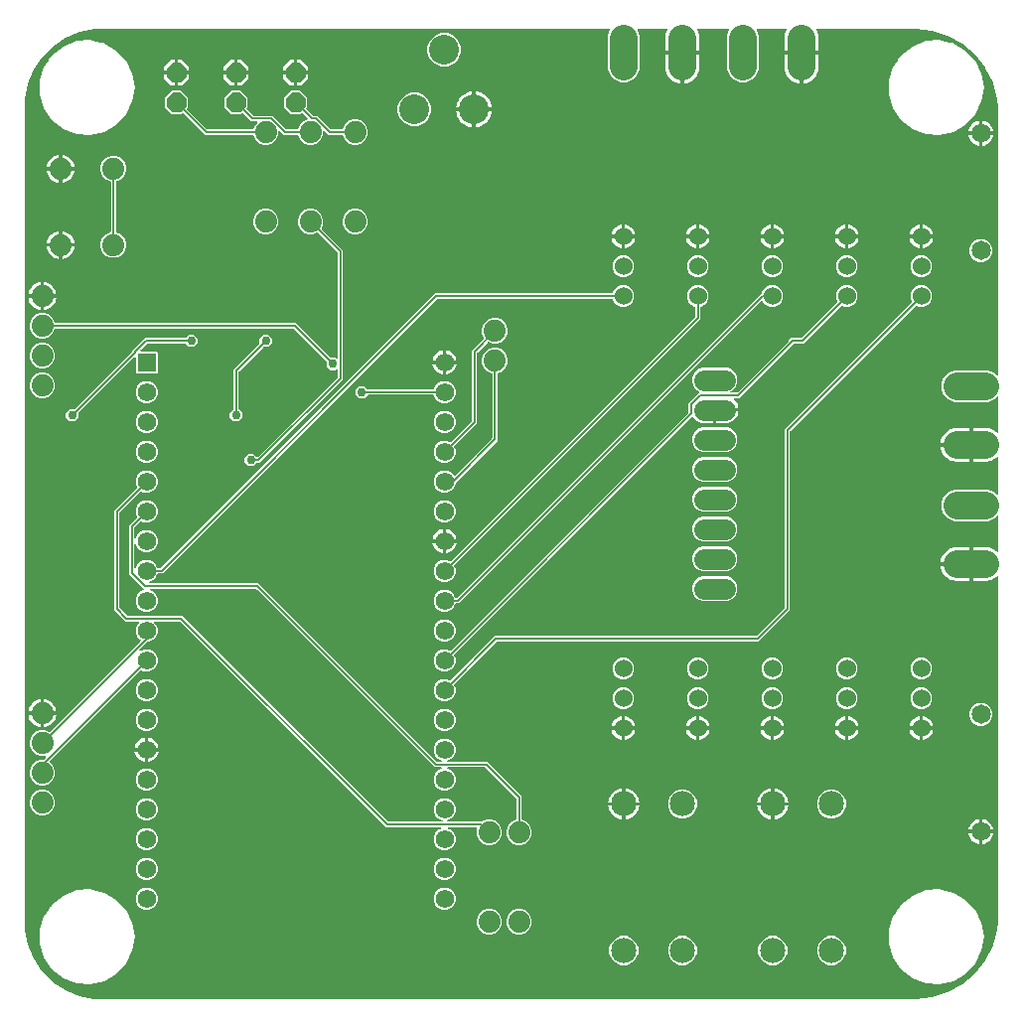
<source format=gbr>
G04 EAGLE Gerber RS-274X export*
G75*
%MOMM*%
%FSLAX34Y34*%
%LPD*%
%INBottom Copper*%
%IPPOS*%
%AMOC8*
5,1,8,0,0,1.08239X$1,22.5*%
G01*
%ADD10R,1.560000X1.560000*%
%ADD11C,1.560000*%
%ADD12C,1.524000*%
%ADD13C,1.879600*%
%ADD14C,2.159000*%
%ADD15C,2.540000*%
%ADD16P,1.814519X8X112.500000*%
%ADD17C,1.778000*%
%ADD18C,2.380000*%
%ADD19C,1.651000*%
%ADD20C,0.152400*%
%ADD21C,0.756400*%

G36*
X769700Y9938D02*
X769700Y9938D01*
X769779Y9939D01*
X783768Y11620D01*
X783791Y11626D01*
X783913Y11652D01*
X797305Y16029D01*
X797327Y16040D01*
X797442Y16089D01*
X809723Y22995D01*
X809741Y23010D01*
X809845Y23081D01*
X820542Y32250D01*
X820558Y32269D01*
X820646Y32358D01*
X829349Y43438D01*
X829360Y43459D01*
X829429Y43564D01*
X835803Y56129D01*
X835811Y56152D01*
X835857Y56268D01*
X836468Y58448D01*
X836681Y59209D01*
X836681Y59210D01*
X837534Y62254D01*
X837534Y62255D01*
X837748Y63016D01*
X838387Y65299D01*
X838387Y65300D01*
X838601Y66061D01*
X839240Y68344D01*
X839240Y68345D01*
X839454Y69106D01*
X839658Y69835D01*
X839661Y69866D01*
X839662Y69867D01*
X839663Y69872D01*
X839680Y69945D01*
X840533Y76688D01*
X840532Y76719D01*
X840539Y76784D01*
X840539Y370479D01*
X840528Y370550D01*
X840526Y370622D01*
X840508Y370671D01*
X840500Y370722D01*
X840466Y370785D01*
X840441Y370853D01*
X840409Y370893D01*
X840384Y370939D01*
X840333Y370989D01*
X840288Y371045D01*
X840244Y371073D01*
X840206Y371109D01*
X840141Y371139D01*
X840081Y371178D01*
X840030Y371190D01*
X839983Y371212D01*
X839912Y371220D01*
X839842Y371238D01*
X839790Y371234D01*
X839739Y371239D01*
X839668Y371224D01*
X839597Y371219D01*
X839549Y371198D01*
X839498Y371187D01*
X839437Y371150D01*
X839371Y371122D01*
X839315Y371077D01*
X839287Y371061D01*
X839272Y371043D01*
X839240Y371017D01*
X838607Y370385D01*
X836769Y369049D01*
X834743Y368017D01*
X832581Y367315D01*
X830337Y366959D01*
X818823Y366959D01*
X818823Y380638D01*
X818820Y380658D01*
X818822Y380677D01*
X818800Y380779D01*
X818783Y380881D01*
X818774Y380898D01*
X818770Y380918D01*
X818717Y381007D01*
X818668Y381098D01*
X818654Y381112D01*
X818644Y381129D01*
X818565Y381196D01*
X818490Y381267D01*
X818472Y381276D01*
X818457Y381289D01*
X818361Y381327D01*
X818267Y381371D01*
X818247Y381373D01*
X818229Y381381D01*
X818062Y381399D01*
X817299Y381399D01*
X817299Y381401D01*
X818062Y381401D01*
X818082Y381404D01*
X818101Y381402D01*
X818203Y381424D01*
X818305Y381441D01*
X818322Y381450D01*
X818342Y381454D01*
X818431Y381507D01*
X818522Y381556D01*
X818536Y381570D01*
X818553Y381580D01*
X818620Y381659D01*
X818691Y381734D01*
X818700Y381752D01*
X818713Y381767D01*
X818752Y381863D01*
X818795Y381957D01*
X818797Y381977D01*
X818805Y381995D01*
X818823Y382162D01*
X818823Y395841D01*
X830337Y395841D01*
X832581Y395485D01*
X834743Y394783D01*
X836769Y393751D01*
X838607Y392415D01*
X839240Y391783D01*
X839298Y391741D01*
X839350Y391691D01*
X839397Y391669D01*
X839439Y391639D01*
X839508Y391618D01*
X839573Y391588D01*
X839625Y391582D01*
X839675Y391567D01*
X839746Y391568D01*
X839817Y391561D01*
X839868Y391572D01*
X839920Y391573D01*
X839988Y391598D01*
X840058Y391613D01*
X840103Y391640D01*
X840151Y391657D01*
X840207Y391702D01*
X840269Y391739D01*
X840303Y391779D01*
X840343Y391811D01*
X840382Y391871D01*
X840429Y391926D01*
X840448Y391974D01*
X840476Y392018D01*
X840494Y392088D01*
X840521Y392154D01*
X840529Y392225D01*
X840537Y392257D01*
X840535Y392280D01*
X840539Y392321D01*
X840539Y421916D01*
X840528Y421987D01*
X840526Y422058D01*
X840508Y422107D01*
X840500Y422159D01*
X840466Y422222D01*
X840441Y422289D01*
X840409Y422330D01*
X840384Y422376D01*
X840332Y422425D01*
X840288Y422481D01*
X840244Y422510D01*
X840206Y422546D01*
X840141Y422576D01*
X840081Y422614D01*
X840030Y422627D01*
X839983Y422649D01*
X839912Y422657D01*
X839842Y422675D01*
X839790Y422670D01*
X839739Y422676D01*
X839668Y422661D01*
X839597Y422655D01*
X839549Y422635D01*
X839498Y422624D01*
X839437Y422587D01*
X839371Y422559D01*
X839315Y422514D01*
X839287Y422498D01*
X839272Y422480D01*
X839240Y422454D01*
X836805Y420019D01*
X831870Y417975D01*
X802730Y417975D01*
X797795Y420019D01*
X794019Y423795D01*
X791975Y428730D01*
X791975Y434070D01*
X794019Y439005D01*
X797795Y442781D01*
X802730Y444825D01*
X831870Y444825D01*
X836805Y442781D01*
X839240Y440346D01*
X839298Y440304D01*
X839350Y440254D01*
X839397Y440233D01*
X839439Y440202D01*
X839508Y440181D01*
X839573Y440151D01*
X839625Y440145D01*
X839675Y440130D01*
X839746Y440132D01*
X839817Y440124D01*
X839868Y440135D01*
X839920Y440136D01*
X839988Y440161D01*
X840058Y440176D01*
X840103Y440203D01*
X840151Y440221D01*
X840207Y440265D01*
X840269Y440302D01*
X840303Y440342D01*
X840343Y440374D01*
X840382Y440435D01*
X840429Y440489D01*
X840448Y440537D01*
X840476Y440581D01*
X840494Y440651D01*
X840521Y440717D01*
X840529Y440789D01*
X840537Y440820D01*
X840535Y440843D01*
X840539Y440884D01*
X840539Y472079D01*
X840528Y472150D01*
X840526Y472222D01*
X840508Y472271D01*
X840500Y472322D01*
X840466Y472385D01*
X840441Y472453D01*
X840409Y472493D01*
X840384Y472539D01*
X840333Y472589D01*
X840288Y472645D01*
X840244Y472673D01*
X840206Y472709D01*
X840141Y472739D01*
X840081Y472778D01*
X840030Y472790D01*
X839983Y472812D01*
X839912Y472820D01*
X839842Y472838D01*
X839790Y472834D01*
X839739Y472839D01*
X839668Y472824D01*
X839597Y472819D01*
X839549Y472798D01*
X839498Y472787D01*
X839437Y472750D01*
X839371Y472722D01*
X839315Y472677D01*
X839287Y472661D01*
X839272Y472643D01*
X839240Y472617D01*
X838607Y471985D01*
X836769Y470649D01*
X834743Y469617D01*
X832581Y468915D01*
X830337Y468559D01*
X818823Y468559D01*
X818823Y482238D01*
X818820Y482258D01*
X818822Y482277D01*
X818800Y482379D01*
X818783Y482481D01*
X818774Y482498D01*
X818770Y482518D01*
X818717Y482607D01*
X818668Y482698D01*
X818654Y482712D01*
X818644Y482729D01*
X818565Y482796D01*
X818490Y482867D01*
X818472Y482876D01*
X818457Y482889D01*
X818361Y482927D01*
X818267Y482971D01*
X818247Y482973D01*
X818229Y482981D01*
X818062Y482999D01*
X817299Y482999D01*
X817299Y483001D01*
X818062Y483001D01*
X818082Y483004D01*
X818101Y483002D01*
X818203Y483024D01*
X818305Y483041D01*
X818322Y483050D01*
X818342Y483054D01*
X818431Y483107D01*
X818522Y483156D01*
X818536Y483170D01*
X818553Y483180D01*
X818620Y483259D01*
X818691Y483334D01*
X818700Y483352D01*
X818713Y483367D01*
X818752Y483463D01*
X818795Y483557D01*
X818797Y483577D01*
X818805Y483595D01*
X818823Y483762D01*
X818823Y497441D01*
X830337Y497441D01*
X832581Y497085D01*
X834743Y496383D01*
X836769Y495351D01*
X838607Y494015D01*
X839240Y493383D01*
X839298Y493341D01*
X839350Y493291D01*
X839397Y493269D01*
X839439Y493239D01*
X839508Y493218D01*
X839573Y493188D01*
X839625Y493182D01*
X839675Y493167D01*
X839746Y493168D01*
X839817Y493161D01*
X839868Y493172D01*
X839920Y493173D01*
X839988Y493198D01*
X840058Y493213D01*
X840103Y493240D01*
X840151Y493257D01*
X840207Y493302D01*
X840269Y493339D01*
X840303Y493379D01*
X840343Y493411D01*
X840382Y493471D01*
X840429Y493526D01*
X840448Y493574D01*
X840476Y493618D01*
X840494Y493688D01*
X840521Y493754D01*
X840529Y493825D01*
X840537Y493857D01*
X840535Y493880D01*
X840539Y493921D01*
X840539Y523516D01*
X840528Y523587D01*
X840526Y523658D01*
X840508Y523707D01*
X840500Y523759D01*
X840466Y523822D01*
X840441Y523889D01*
X840409Y523930D01*
X840384Y523976D01*
X840332Y524025D01*
X840288Y524081D01*
X840244Y524110D01*
X840206Y524146D01*
X840141Y524176D01*
X840081Y524214D01*
X840030Y524227D01*
X839983Y524249D01*
X839912Y524257D01*
X839842Y524275D01*
X839790Y524270D01*
X839739Y524276D01*
X839668Y524261D01*
X839597Y524255D01*
X839549Y524235D01*
X839498Y524224D01*
X839437Y524187D01*
X839371Y524159D01*
X839315Y524114D01*
X839287Y524098D01*
X839272Y524080D01*
X839240Y524054D01*
X836805Y521619D01*
X831870Y519575D01*
X802730Y519575D01*
X797795Y521619D01*
X794019Y525395D01*
X791975Y530330D01*
X791975Y535670D01*
X794019Y540605D01*
X797795Y544381D01*
X802730Y546425D01*
X831870Y546425D01*
X836805Y544381D01*
X839240Y541946D01*
X839298Y541904D01*
X839350Y541854D01*
X839397Y541833D01*
X839439Y541802D01*
X839508Y541781D01*
X839573Y541751D01*
X839625Y541745D01*
X839675Y541730D01*
X839746Y541732D01*
X839817Y541724D01*
X839868Y541735D01*
X839920Y541736D01*
X839988Y541761D01*
X840058Y541776D01*
X840103Y541803D01*
X840151Y541821D01*
X840207Y541865D01*
X840269Y541902D01*
X840303Y541942D01*
X840343Y541974D01*
X840382Y542035D01*
X840429Y542089D01*
X840448Y542137D01*
X840476Y542181D01*
X840494Y542251D01*
X840521Y542317D01*
X840529Y542389D01*
X840537Y542420D01*
X840535Y542443D01*
X840539Y542484D01*
X840539Y770817D01*
X840534Y770847D01*
X840533Y770912D01*
X839680Y777655D01*
X839671Y777687D01*
X839658Y777765D01*
X835857Y791332D01*
X835847Y791354D01*
X835803Y791471D01*
X829429Y804036D01*
X829415Y804056D01*
X829349Y804162D01*
X820646Y815242D01*
X820628Y815258D01*
X820542Y815350D01*
X809845Y824519D01*
X809825Y824531D01*
X809723Y824605D01*
X797442Y831511D01*
X797420Y831519D01*
X797305Y831571D01*
X783913Y835948D01*
X783890Y835952D01*
X783768Y835980D01*
X769779Y837661D01*
X769746Y837660D01*
X769667Y837666D01*
X764130Y837513D01*
X764076Y837503D01*
X764021Y837502D01*
X763919Y837472D01*
X763889Y837467D01*
X763878Y837461D01*
X763860Y837455D01*
X763821Y837439D01*
X762220Y837439D01*
X762198Y837436D01*
X762161Y837437D01*
X760564Y837314D01*
X760297Y837402D01*
X760261Y837407D01*
X760227Y837421D01*
X760060Y837439D01*
X685951Y837439D01*
X685877Y837427D01*
X685801Y837424D01*
X685756Y837407D01*
X685709Y837400D01*
X685642Y837364D01*
X685571Y837337D01*
X685534Y837307D01*
X685491Y837284D01*
X685439Y837230D01*
X685381Y837182D01*
X685355Y837141D01*
X685322Y837106D01*
X685290Y837037D01*
X685250Y836973D01*
X685238Y836927D01*
X685218Y836883D01*
X685210Y836808D01*
X685192Y836734D01*
X685196Y836686D01*
X685191Y836639D01*
X685207Y836565D01*
X685214Y836489D01*
X685237Y836429D01*
X685243Y836398D01*
X685256Y836377D01*
X685257Y836371D01*
X685261Y836365D01*
X685273Y836332D01*
X686083Y834743D01*
X686785Y832581D01*
X687141Y830337D01*
X687141Y818823D01*
X673462Y818823D01*
X673442Y818820D01*
X673423Y818822D01*
X673321Y818800D01*
X673219Y818783D01*
X673202Y818774D01*
X673182Y818770D01*
X673093Y818717D01*
X673002Y818668D01*
X672988Y818654D01*
X672971Y818644D01*
X672904Y818565D01*
X672833Y818490D01*
X672824Y818472D01*
X672811Y818457D01*
X672773Y818361D01*
X672729Y818267D01*
X672727Y818247D01*
X672719Y818229D01*
X672701Y818062D01*
X672701Y817299D01*
X672699Y817299D01*
X672699Y818062D01*
X672696Y818082D01*
X672698Y818101D01*
X672676Y818203D01*
X672659Y818305D01*
X672650Y818322D01*
X672646Y818342D01*
X672593Y818431D01*
X672544Y818522D01*
X672530Y818536D01*
X672520Y818553D01*
X672441Y818620D01*
X672366Y818691D01*
X672348Y818700D01*
X672333Y818713D01*
X672237Y818752D01*
X672143Y818795D01*
X672123Y818797D01*
X672105Y818805D01*
X671938Y818823D01*
X658259Y818823D01*
X658259Y830337D01*
X658615Y832581D01*
X659317Y834743D01*
X660127Y836332D01*
X660150Y836404D01*
X660182Y836473D01*
X660187Y836521D01*
X660202Y836567D01*
X660201Y836642D01*
X660209Y836717D01*
X660199Y836765D01*
X660198Y836813D01*
X660173Y836884D01*
X660157Y836958D01*
X660132Y836999D01*
X660116Y837045D01*
X660069Y837104D01*
X660030Y837169D01*
X659994Y837200D01*
X659964Y837238D01*
X659901Y837280D01*
X659844Y837329D01*
X659799Y837347D01*
X659759Y837373D01*
X659686Y837392D01*
X659615Y837421D01*
X659551Y837428D01*
X659521Y837436D01*
X659495Y837434D01*
X659449Y837439D01*
X634957Y837439D01*
X634912Y837432D01*
X634866Y837434D01*
X634791Y837412D01*
X634715Y837400D01*
X634674Y837378D01*
X634630Y837365D01*
X634566Y837321D01*
X634497Y837284D01*
X634466Y837251D01*
X634428Y837225D01*
X634381Y837162D01*
X634328Y837106D01*
X634308Y837064D01*
X634281Y837028D01*
X634257Y836954D01*
X634224Y836883D01*
X634219Y836837D01*
X634205Y836794D01*
X634206Y836716D01*
X634197Y836639D01*
X634207Y836594D01*
X634207Y836548D01*
X634245Y836416D01*
X634249Y836398D01*
X634252Y836394D01*
X634254Y836387D01*
X636125Y831870D01*
X636125Y802730D01*
X634081Y797795D01*
X630305Y794019D01*
X625370Y791975D01*
X620030Y791975D01*
X615095Y794019D01*
X611319Y797795D01*
X609275Y802730D01*
X609275Y831870D01*
X611146Y836387D01*
X611155Y836425D01*
X611165Y836446D01*
X611165Y836450D01*
X611176Y836473D01*
X611184Y836550D01*
X611202Y836626D01*
X611198Y836672D01*
X611203Y836717D01*
X611186Y836794D01*
X611179Y836871D01*
X611160Y836913D01*
X611151Y836958D01*
X611111Y837025D01*
X611079Y837096D01*
X611048Y837130D01*
X611024Y837169D01*
X610965Y837220D01*
X610913Y837277D01*
X610872Y837299D01*
X610838Y837329D01*
X610765Y837358D01*
X610697Y837395D01*
X610652Y837404D01*
X610609Y837421D01*
X610473Y837436D01*
X610455Y837439D01*
X610450Y837438D01*
X610443Y837439D01*
X584351Y837439D01*
X584277Y837427D01*
X584201Y837424D01*
X584156Y837407D01*
X584109Y837400D01*
X584042Y837364D01*
X583971Y837337D01*
X583934Y837307D01*
X583891Y837284D01*
X583839Y837230D01*
X583781Y837182D01*
X583755Y837141D01*
X583722Y837106D01*
X583690Y837037D01*
X583650Y836973D01*
X583638Y836927D01*
X583618Y836883D01*
X583610Y836808D01*
X583592Y836734D01*
X583596Y836686D01*
X583591Y836639D01*
X583607Y836565D01*
X583614Y836489D01*
X583637Y836429D01*
X583643Y836398D01*
X583656Y836377D01*
X583657Y836371D01*
X583661Y836365D01*
X583673Y836332D01*
X584483Y834743D01*
X585185Y832581D01*
X585541Y830337D01*
X585541Y818823D01*
X571862Y818823D01*
X571842Y818820D01*
X571823Y818822D01*
X571721Y818800D01*
X571619Y818783D01*
X571602Y818774D01*
X571582Y818770D01*
X571493Y818717D01*
X571402Y818668D01*
X571388Y818654D01*
X571371Y818644D01*
X571304Y818565D01*
X571233Y818490D01*
X571224Y818472D01*
X571211Y818457D01*
X571173Y818361D01*
X571129Y818267D01*
X571127Y818247D01*
X571119Y818229D01*
X571101Y818062D01*
X571101Y817299D01*
X571099Y817299D01*
X571099Y818062D01*
X571096Y818082D01*
X571098Y818101D01*
X571076Y818203D01*
X571059Y818305D01*
X571050Y818322D01*
X571046Y818342D01*
X570993Y818431D01*
X570944Y818522D01*
X570930Y818536D01*
X570920Y818553D01*
X570841Y818620D01*
X570766Y818691D01*
X570748Y818700D01*
X570733Y818713D01*
X570637Y818752D01*
X570543Y818795D01*
X570523Y818797D01*
X570505Y818805D01*
X570338Y818823D01*
X556659Y818823D01*
X556659Y830337D01*
X557015Y832581D01*
X557717Y834743D01*
X558527Y836332D01*
X558550Y836404D01*
X558582Y836473D01*
X558587Y836521D01*
X558602Y836567D01*
X558601Y836642D01*
X558609Y836717D01*
X558599Y836765D01*
X558598Y836813D01*
X558573Y836884D01*
X558557Y836958D01*
X558532Y836999D01*
X558516Y837045D01*
X558469Y837104D01*
X558430Y837169D01*
X558394Y837200D01*
X558364Y837238D01*
X558301Y837280D01*
X558244Y837329D01*
X558199Y837347D01*
X558159Y837373D01*
X558086Y837392D01*
X558015Y837421D01*
X557951Y837428D01*
X557921Y837436D01*
X557895Y837434D01*
X557849Y837439D01*
X533357Y837439D01*
X533312Y837432D01*
X533266Y837434D01*
X533191Y837412D01*
X533115Y837400D01*
X533074Y837378D01*
X533030Y837365D01*
X532966Y837321D01*
X532897Y837284D01*
X532866Y837251D01*
X532828Y837225D01*
X532781Y837162D01*
X532728Y837106D01*
X532708Y837064D01*
X532681Y837028D01*
X532657Y836954D01*
X532624Y836883D01*
X532619Y836837D01*
X532605Y836794D01*
X532606Y836716D01*
X532597Y836639D01*
X532607Y836594D01*
X532607Y836548D01*
X532645Y836416D01*
X532649Y836398D01*
X532652Y836394D01*
X532654Y836387D01*
X534525Y831870D01*
X534525Y802730D01*
X532481Y797795D01*
X528705Y794019D01*
X523770Y791975D01*
X518430Y791975D01*
X513495Y794019D01*
X509719Y797795D01*
X507675Y802730D01*
X507675Y831870D01*
X509546Y836387D01*
X509555Y836425D01*
X509565Y836446D01*
X509565Y836450D01*
X509576Y836473D01*
X509584Y836550D01*
X509602Y836626D01*
X509598Y836672D01*
X509603Y836717D01*
X509586Y836794D01*
X509579Y836871D01*
X509560Y836913D01*
X509551Y836958D01*
X509511Y837025D01*
X509479Y837096D01*
X509448Y837130D01*
X509424Y837169D01*
X509365Y837220D01*
X509313Y837277D01*
X509272Y837299D01*
X509238Y837329D01*
X509165Y837358D01*
X509097Y837395D01*
X509052Y837404D01*
X509009Y837421D01*
X508873Y837436D01*
X508855Y837439D01*
X508850Y837438D01*
X508843Y837439D01*
X76200Y837439D01*
X76186Y837437D01*
X76163Y837438D01*
X69764Y837124D01*
X69732Y837117D01*
X69653Y837110D01*
X57102Y834614D01*
X57080Y834605D01*
X56959Y834570D01*
X45137Y829673D01*
X45117Y829661D01*
X45005Y829603D01*
X34365Y822494D01*
X34347Y822477D01*
X34250Y822399D01*
X25201Y813350D01*
X25187Y813331D01*
X25106Y813235D01*
X17997Y802595D01*
X17987Y802573D01*
X17927Y802463D01*
X13030Y790641D01*
X13024Y790617D01*
X12986Y790498D01*
X10490Y777947D01*
X10489Y777914D01*
X10476Y777836D01*
X10162Y771437D01*
X10163Y771423D01*
X10161Y771400D01*
X10161Y76200D01*
X10163Y76186D01*
X10162Y76163D01*
X10476Y69764D01*
X10483Y69732D01*
X10490Y69653D01*
X12986Y57102D01*
X12995Y57080D01*
X13030Y56959D01*
X17927Y45137D01*
X17939Y45117D01*
X17997Y45005D01*
X25106Y34365D01*
X25123Y34347D01*
X25201Y34250D01*
X34250Y25201D01*
X34269Y25187D01*
X34365Y25106D01*
X45005Y17997D01*
X45027Y17987D01*
X45137Y17927D01*
X56959Y13030D01*
X56983Y13024D01*
X57064Y12998D01*
X57068Y12997D01*
X57069Y12997D01*
X57102Y12986D01*
X69653Y10490D01*
X69686Y10489D01*
X69764Y10476D01*
X76163Y10162D01*
X76177Y10163D01*
X76200Y10161D01*
X760060Y10161D01*
X760096Y10167D01*
X760132Y10164D01*
X760297Y10198D01*
X760564Y10286D01*
X762161Y10163D01*
X762183Y10165D01*
X762220Y10161D01*
X763821Y10161D01*
X763860Y10145D01*
X763913Y10132D01*
X763964Y10110D01*
X764070Y10095D01*
X764099Y10088D01*
X764111Y10090D01*
X764130Y10087D01*
X769667Y9934D01*
X769700Y9938D01*
G37*
%LPC*%
G36*
X429627Y141477D02*
X429627Y141477D01*
X425613Y143140D01*
X422540Y146213D01*
X420877Y150227D01*
X420877Y154573D01*
X422540Y158587D01*
X425613Y161660D01*
X429043Y163081D01*
X429143Y163142D01*
X429243Y163202D01*
X429247Y163207D01*
X429252Y163210D01*
X429327Y163300D01*
X429403Y163389D01*
X429405Y163395D01*
X429409Y163400D01*
X429451Y163508D01*
X429495Y163617D01*
X429496Y163625D01*
X429497Y163630D01*
X429498Y163648D01*
X429513Y163784D01*
X429513Y181211D01*
X429508Y181245D01*
X429509Y181254D01*
X429499Y181301D01*
X429491Y181392D01*
X429479Y181422D01*
X429474Y181454D01*
X429460Y181480D01*
X429456Y181494D01*
X429427Y181544D01*
X429395Y181618D01*
X429369Y181651D01*
X429358Y181671D01*
X429341Y181688D01*
X429330Y181706D01*
X429315Y181719D01*
X429290Y181749D01*
X403237Y207802D01*
X403163Y207855D01*
X403094Y207915D01*
X403064Y207927D01*
X403038Y207946D01*
X402951Y207973D01*
X402866Y208007D01*
X402825Y208011D01*
X402803Y208018D01*
X402770Y208017D01*
X402699Y208025D01*
X371325Y208025D01*
X371229Y208010D01*
X371132Y208000D01*
X371108Y207990D01*
X371082Y207986D01*
X370996Y207940D01*
X370907Y207900D01*
X370888Y207883D01*
X370865Y207870D01*
X370798Y207800D01*
X370726Y207734D01*
X370713Y207711D01*
X370695Y207692D01*
X370654Y207604D01*
X370607Y207518D01*
X370603Y207493D01*
X370592Y207469D01*
X370581Y207372D01*
X370564Y207276D01*
X370568Y207250D01*
X370565Y207225D01*
X370585Y207129D01*
X370600Y207033D01*
X370611Y207010D01*
X370617Y206984D01*
X370667Y206901D01*
X370711Y206814D01*
X370730Y206795D01*
X370743Y206773D01*
X370817Y206710D01*
X370887Y206642D01*
X370915Y206626D01*
X370930Y206613D01*
X370961Y206601D01*
X371034Y206561D01*
X373582Y205505D01*
X376205Y202882D01*
X377625Y199455D01*
X377625Y195745D01*
X376205Y192318D01*
X373582Y189695D01*
X370155Y188275D01*
X366445Y188275D01*
X363018Y189695D01*
X360395Y192318D01*
X358975Y195745D01*
X358975Y199455D01*
X360395Y202882D01*
X363018Y205505D01*
X365566Y206561D01*
X365649Y206612D01*
X365735Y206658D01*
X365753Y206677D01*
X365775Y206690D01*
X365838Y206765D01*
X365905Y206836D01*
X365916Y206860D01*
X365932Y206880D01*
X365967Y206971D01*
X366008Y207059D01*
X366011Y207085D01*
X366020Y207109D01*
X366025Y207207D01*
X366035Y207303D01*
X366030Y207329D01*
X366031Y207355D01*
X366004Y207449D01*
X365983Y207544D01*
X365970Y207566D01*
X365962Y207591D01*
X365907Y207671D01*
X365857Y207755D01*
X365837Y207772D01*
X365822Y207793D01*
X365744Y207852D01*
X365670Y207915D01*
X365646Y207925D01*
X365625Y207940D01*
X365532Y207970D01*
X365442Y208007D01*
X365409Y208010D01*
X365391Y208016D01*
X365358Y208016D01*
X365275Y208025D01*
X360241Y208025D01*
X208216Y360050D01*
X208142Y360103D01*
X208073Y360162D01*
X208043Y360175D01*
X208016Y360193D01*
X207929Y360220D01*
X207845Y360254D01*
X207804Y360259D01*
X207781Y360266D01*
X207749Y360265D01*
X207678Y360273D01*
X117693Y360273D01*
X117597Y360257D01*
X117500Y360248D01*
X117476Y360237D01*
X117450Y360233D01*
X117364Y360188D01*
X117275Y360148D01*
X117256Y360130D01*
X117233Y360118D01*
X117166Y360047D01*
X117094Y359982D01*
X117081Y359959D01*
X117063Y359940D01*
X117022Y359851D01*
X116975Y359766D01*
X116971Y359740D01*
X116960Y359717D01*
X116949Y359620D01*
X116932Y359524D01*
X116936Y359498D01*
X116933Y359472D01*
X116953Y359377D01*
X116967Y359281D01*
X116979Y359257D01*
X116985Y359232D01*
X117035Y359148D01*
X117079Y359061D01*
X117098Y359043D01*
X117111Y359021D01*
X117185Y358957D01*
X117255Y358889D01*
X117283Y358873D01*
X117298Y358861D01*
X117329Y358848D01*
X117402Y358808D01*
X119582Y357905D01*
X122205Y355282D01*
X123625Y351855D01*
X123625Y348145D01*
X122205Y344718D01*
X119582Y342095D01*
X116155Y340675D01*
X112445Y340675D01*
X109018Y342095D01*
X106395Y344718D01*
X104975Y348145D01*
X104975Y351855D01*
X106395Y355282D01*
X109018Y357905D01*
X111698Y359015D01*
X111737Y359040D01*
X111780Y359055D01*
X111841Y359104D01*
X111907Y359145D01*
X111937Y359180D01*
X111972Y359209D01*
X112015Y359274D01*
X112064Y359334D01*
X112081Y359377D01*
X112105Y359416D01*
X112125Y359491D01*
X112152Y359564D01*
X112154Y359610D01*
X112166Y359654D01*
X112160Y359732D01*
X112163Y359810D01*
X112150Y359854D01*
X112146Y359900D01*
X112116Y359971D01*
X112094Y360046D01*
X112068Y360084D01*
X112050Y360126D01*
X111965Y360233D01*
X111954Y360248D01*
X111950Y360251D01*
X111945Y360257D01*
X99313Y372889D01*
X99313Y414447D01*
X100876Y416010D01*
X105856Y420990D01*
X105924Y421085D01*
X105994Y421179D01*
X105996Y421185D01*
X106000Y421190D01*
X106034Y421301D01*
X106070Y421413D01*
X106070Y421419D01*
X106072Y421425D01*
X106069Y421542D01*
X106068Y421659D01*
X106066Y421666D01*
X106066Y421671D01*
X106059Y421688D01*
X106021Y421820D01*
X104975Y424345D01*
X104975Y428055D01*
X106395Y431482D01*
X109018Y434105D01*
X112445Y435525D01*
X116155Y435525D01*
X119582Y434105D01*
X122205Y431482D01*
X123625Y428055D01*
X123625Y424345D01*
X122205Y420918D01*
X119582Y418295D01*
X116155Y416875D01*
X112445Y416875D01*
X109920Y417921D01*
X109853Y417937D01*
X109834Y417945D01*
X109807Y417948D01*
X109806Y417948D01*
X109693Y417977D01*
X109686Y417976D01*
X109680Y417977D01*
X109564Y417966D01*
X109447Y417957D01*
X109442Y417955D01*
X109435Y417954D01*
X109328Y417907D01*
X109221Y417861D01*
X109215Y417856D01*
X109211Y417854D01*
X109197Y417842D01*
X109161Y417813D01*
X109152Y417809D01*
X109143Y417798D01*
X109090Y417756D01*
X104110Y412776D01*
X104057Y412702D01*
X103997Y412632D01*
X103985Y412602D01*
X103966Y412576D01*
X103939Y412489D01*
X103905Y412404D01*
X103901Y412363D01*
X103894Y412341D01*
X103895Y412309D01*
X103887Y412237D01*
X103887Y403854D01*
X103902Y403758D01*
X103912Y403661D01*
X103922Y403637D01*
X103926Y403611D01*
X103972Y403525D01*
X104012Y403436D01*
X104029Y403417D01*
X104042Y403394D01*
X104112Y403327D01*
X104178Y403255D01*
X104201Y403242D01*
X104220Y403224D01*
X104308Y403183D01*
X104394Y403136D01*
X104419Y403132D01*
X104443Y403121D01*
X104540Y403110D01*
X104636Y403093D01*
X104662Y403097D01*
X104687Y403094D01*
X104783Y403114D01*
X104879Y403129D01*
X104902Y403140D01*
X104928Y403146D01*
X105011Y403196D01*
X105098Y403240D01*
X105117Y403259D01*
X105139Y403272D01*
X105202Y403346D01*
X105270Y403416D01*
X105286Y403444D01*
X105299Y403459D01*
X105311Y403490D01*
X105351Y403563D01*
X106395Y406082D01*
X109018Y408705D01*
X112445Y410125D01*
X116155Y410125D01*
X119582Y408705D01*
X122205Y406082D01*
X123625Y402655D01*
X123625Y398945D01*
X122205Y395518D01*
X119582Y392895D01*
X116155Y391475D01*
X112445Y391475D01*
X109018Y392895D01*
X106395Y395518D01*
X105351Y398037D01*
X105300Y398120D01*
X105254Y398206D01*
X105235Y398224D01*
X105222Y398246D01*
X105147Y398309D01*
X105076Y398376D01*
X105052Y398387D01*
X105032Y398403D01*
X104941Y398438D01*
X104853Y398479D01*
X104827Y398482D01*
X104803Y398491D01*
X104705Y398496D01*
X104609Y398506D01*
X104583Y398501D01*
X104557Y398502D01*
X104463Y398475D01*
X104368Y398454D01*
X104346Y398441D01*
X104321Y398433D01*
X104241Y398378D01*
X104157Y398328D01*
X104140Y398308D01*
X104119Y398293D01*
X104060Y398215D01*
X103997Y398141D01*
X103987Y398117D01*
X103972Y398096D01*
X103942Y398003D01*
X103905Y397913D01*
X103902Y397880D01*
X103896Y397862D01*
X103896Y397829D01*
X103887Y397746D01*
X103887Y378454D01*
X103902Y378358D01*
X103912Y378261D01*
X103922Y378237D01*
X103926Y378211D01*
X103972Y378125D01*
X104012Y378036D01*
X104029Y378017D01*
X104042Y377994D01*
X104112Y377927D01*
X104178Y377855D01*
X104201Y377842D01*
X104220Y377824D01*
X104308Y377783D01*
X104394Y377736D01*
X104419Y377732D01*
X104443Y377721D01*
X104540Y377710D01*
X104636Y377693D01*
X104662Y377697D01*
X104687Y377694D01*
X104783Y377714D01*
X104879Y377729D01*
X104902Y377740D01*
X104928Y377746D01*
X105011Y377796D01*
X105098Y377840D01*
X105117Y377859D01*
X105139Y377872D01*
X105202Y377946D01*
X105270Y378016D01*
X105286Y378044D01*
X105299Y378059D01*
X105311Y378090D01*
X105351Y378163D01*
X106395Y380682D01*
X109018Y383305D01*
X112445Y384725D01*
X116155Y384725D01*
X119582Y383305D01*
X122205Y380682D01*
X123251Y378157D01*
X123313Y378057D01*
X123373Y377957D01*
X123377Y377953D01*
X123381Y377948D01*
X123471Y377873D01*
X123560Y377797D01*
X123565Y377795D01*
X123570Y377791D01*
X123679Y377749D01*
X123788Y377705D01*
X123795Y377704D01*
X123800Y377703D01*
X123818Y377702D01*
X123954Y377687D01*
X125737Y377687D01*
X125828Y377701D01*
X125918Y377709D01*
X125948Y377721D01*
X125980Y377726D01*
X126061Y377769D01*
X126145Y377805D01*
X126177Y377831D01*
X126198Y377842D01*
X126220Y377865D01*
X126276Y377910D01*
X360253Y611887D01*
X511240Y611887D01*
X511355Y611906D01*
X511471Y611923D01*
X511477Y611925D01*
X511483Y611926D01*
X511586Y611981D01*
X511691Y612034D01*
X511695Y612039D01*
X511700Y612042D01*
X511780Y612126D01*
X511863Y612210D01*
X511866Y612216D01*
X511870Y612220D01*
X511878Y612237D01*
X511944Y612357D01*
X512947Y614780D01*
X515520Y617353D01*
X518881Y618745D01*
X522519Y618745D01*
X525880Y617353D01*
X528453Y614780D01*
X529845Y611419D01*
X529845Y607781D01*
X528453Y604420D01*
X525880Y601847D01*
X522519Y600455D01*
X518881Y600455D01*
X515520Y601847D01*
X512947Y604420D01*
X511944Y606843D01*
X511882Y606943D01*
X511822Y607043D01*
X511817Y607047D01*
X511814Y607052D01*
X511724Y607127D01*
X511635Y607203D01*
X511629Y607205D01*
X511625Y607209D01*
X511516Y607251D01*
X511407Y607295D01*
X511400Y607296D01*
X511395Y607297D01*
X511377Y607298D01*
X511240Y607313D01*
X362463Y607313D01*
X362372Y607299D01*
X362282Y607291D01*
X362252Y607279D01*
X362220Y607274D01*
X362139Y607231D01*
X362055Y607195D01*
X362023Y607169D01*
X362002Y607158D01*
X361980Y607135D01*
X361924Y607090D01*
X127947Y373113D01*
X123954Y373113D01*
X123840Y373094D01*
X123724Y373077D01*
X123718Y373075D01*
X123712Y373074D01*
X123609Y373019D01*
X123504Y372966D01*
X123500Y372961D01*
X123494Y372958D01*
X123414Y372874D01*
X123332Y372790D01*
X123328Y372784D01*
X123325Y372780D01*
X123317Y372763D01*
X123251Y372643D01*
X122205Y370118D01*
X119582Y367495D01*
X116724Y366311D01*
X116641Y366259D01*
X116555Y366214D01*
X116537Y366195D01*
X116515Y366181D01*
X116452Y366106D01*
X116385Y366036D01*
X116374Y366012D01*
X116358Y365992D01*
X116323Y365901D01*
X116282Y365813D01*
X116279Y365787D01*
X116270Y365762D01*
X116265Y365665D01*
X116255Y365568D01*
X116260Y365543D01*
X116259Y365516D01*
X116286Y365423D01*
X116307Y365328D01*
X116320Y365305D01*
X116328Y365280D01*
X116383Y365200D01*
X116433Y365117D01*
X116453Y365100D01*
X116468Y365078D01*
X116546Y365020D01*
X116620Y364957D01*
X116644Y364947D01*
X116665Y364931D01*
X116758Y364901D01*
X116848Y364865D01*
X116881Y364861D01*
X116899Y364855D01*
X116932Y364855D01*
X117015Y364846D01*
X209888Y364846D01*
X361912Y212822D01*
X361986Y212769D01*
X362056Y212709D01*
X362086Y212697D01*
X362112Y212678D01*
X362199Y212651D01*
X362284Y212617D01*
X362325Y212613D01*
X362347Y212606D01*
X362379Y212607D01*
X362451Y212599D01*
X365217Y212599D01*
X365313Y212614D01*
X365410Y212624D01*
X365434Y212634D01*
X365460Y212638D01*
X365546Y212684D01*
X365635Y212724D01*
X365654Y212741D01*
X365677Y212754D01*
X365744Y212824D01*
X365816Y212890D01*
X365829Y212913D01*
X365847Y212932D01*
X365888Y213020D01*
X365935Y213106D01*
X365939Y213131D01*
X365950Y213155D01*
X365961Y213252D01*
X365978Y213348D01*
X365974Y213374D01*
X365977Y213399D01*
X365957Y213495D01*
X365943Y213591D01*
X365931Y213614D01*
X365925Y213640D01*
X365875Y213723D01*
X365831Y213810D01*
X365812Y213829D01*
X365799Y213851D01*
X365725Y213914D01*
X365655Y213982D01*
X365627Y213998D01*
X365612Y214011D01*
X365581Y214023D01*
X365508Y214063D01*
X363018Y215095D01*
X360395Y217718D01*
X358975Y221145D01*
X358975Y224855D01*
X360395Y228282D01*
X363018Y230905D01*
X366445Y232325D01*
X370155Y232325D01*
X373582Y230905D01*
X376205Y228282D01*
X377625Y224855D01*
X377625Y221145D01*
X376205Y217718D01*
X373582Y215095D01*
X371092Y214063D01*
X371009Y214012D01*
X370923Y213966D01*
X370905Y213947D01*
X370882Y213934D01*
X370820Y213859D01*
X370753Y213788D01*
X370742Y213764D01*
X370726Y213744D01*
X370691Y213653D01*
X370650Y213565D01*
X370647Y213539D01*
X370637Y213515D01*
X370633Y213417D01*
X370623Y213321D01*
X370628Y213295D01*
X370627Y213269D01*
X370654Y213175D01*
X370675Y213080D01*
X370688Y213058D01*
X370696Y213033D01*
X370751Y212953D01*
X370801Y212869D01*
X370821Y212852D01*
X370836Y212831D01*
X370914Y212772D01*
X370988Y212709D01*
X371012Y212699D01*
X371033Y212684D01*
X371126Y212654D01*
X371216Y212617D01*
X371249Y212614D01*
X371267Y212608D01*
X371300Y212608D01*
X371383Y212599D01*
X404909Y212599D01*
X434087Y183421D01*
X434087Y163784D01*
X434106Y163669D01*
X434123Y163553D01*
X434125Y163548D01*
X434126Y163541D01*
X434181Y163439D01*
X434234Y163334D01*
X434239Y163330D01*
X434242Y163324D01*
X434326Y163244D01*
X434410Y163162D01*
X434416Y163158D01*
X434420Y163155D01*
X434437Y163147D01*
X434557Y163081D01*
X437987Y161660D01*
X441060Y158587D01*
X442723Y154573D01*
X442723Y150227D01*
X441060Y146213D01*
X437987Y143140D01*
X433973Y141477D01*
X429627Y141477D01*
G37*
%LPD*%
%LPC*%
G36*
X366445Y137475D02*
X366445Y137475D01*
X363018Y138895D01*
X360395Y141518D01*
X358975Y144945D01*
X358975Y148655D01*
X360395Y152082D01*
X363018Y154705D01*
X364953Y155507D01*
X365036Y155558D01*
X365122Y155604D01*
X365140Y155622D01*
X365162Y155636D01*
X365225Y155712D01*
X365291Y155782D01*
X365302Y155806D01*
X365319Y155826D01*
X365354Y155917D01*
X365395Y156005D01*
X365398Y156031D01*
X365407Y156055D01*
X365411Y156153D01*
X365422Y156249D01*
X365417Y156275D01*
X365418Y156301D01*
X365391Y156395D01*
X365370Y156490D01*
X365356Y156512D01*
X365349Y156537D01*
X365294Y156617D01*
X365244Y156701D01*
X365224Y156718D01*
X365209Y156739D01*
X365131Y156798D01*
X365057Y156861D01*
X365032Y156871D01*
X365012Y156886D01*
X364919Y156916D01*
X364829Y156953D01*
X364796Y156956D01*
X364778Y156962D01*
X364745Y156962D01*
X364662Y156971D01*
X318359Y156971D01*
X143154Y332176D01*
X143080Y332229D01*
X143010Y332289D01*
X142980Y332301D01*
X142954Y332320D01*
X142867Y332347D01*
X142782Y332381D01*
X142741Y332385D01*
X142719Y332392D01*
X142687Y332391D01*
X142615Y332399D01*
X121526Y332399D01*
X121455Y332388D01*
X121383Y332386D01*
X121334Y332368D01*
X121283Y332360D01*
X121220Y332326D01*
X121152Y332301D01*
X121112Y332269D01*
X121066Y332244D01*
X121016Y332192D01*
X120960Y332148D01*
X120932Y332104D01*
X120896Y332066D01*
X120866Y332001D01*
X120827Y331941D01*
X120815Y331890D01*
X120793Y331843D01*
X120785Y331772D01*
X120767Y331702D01*
X120771Y331650D01*
X120765Y331599D01*
X120781Y331528D01*
X120786Y331457D01*
X120807Y331409D01*
X120818Y331358D01*
X120855Y331297D01*
X120883Y331231D01*
X120927Y331175D01*
X120944Y331147D01*
X120962Y331132D01*
X120987Y331100D01*
X122205Y329882D01*
X123625Y326455D01*
X123625Y322745D01*
X122205Y319318D01*
X119582Y316695D01*
X116155Y315275D01*
X115625Y315275D01*
X115534Y315261D01*
X115444Y315253D01*
X115414Y315241D01*
X115382Y315236D01*
X115301Y315193D01*
X115217Y315157D01*
X115185Y315131D01*
X115164Y315120D01*
X115142Y315097D01*
X115086Y315052D01*
X108517Y308483D01*
X108460Y308404D01*
X108398Y308329D01*
X108388Y308304D01*
X108373Y308283D01*
X108344Y308190D01*
X108309Y308099D01*
X108308Y308073D01*
X108301Y308048D01*
X108303Y307950D01*
X108299Y307853D01*
X108306Y307828D01*
X108307Y307802D01*
X108341Y307710D01*
X108368Y307617D01*
X108382Y307596D01*
X108391Y307571D01*
X108452Y307495D01*
X108508Y307415D01*
X108529Y307399D01*
X108545Y307379D01*
X108627Y307326D01*
X108705Y307268D01*
X108730Y307260D01*
X108752Y307246D01*
X108846Y307222D01*
X108939Y307192D01*
X108965Y307192D01*
X108991Y307186D01*
X109088Y307193D01*
X109185Y307194D01*
X109217Y307203D01*
X109236Y307205D01*
X109266Y307218D01*
X109346Y307241D01*
X112445Y308525D01*
X116155Y308525D01*
X119582Y307105D01*
X122205Y304482D01*
X123625Y301055D01*
X123625Y297345D01*
X122205Y293918D01*
X119582Y291295D01*
X116155Y289875D01*
X112445Y289875D01*
X109920Y290921D01*
X109806Y290948D01*
X109693Y290977D01*
X109686Y290976D01*
X109680Y290977D01*
X109564Y290966D01*
X109447Y290957D01*
X109442Y290955D01*
X109435Y290954D01*
X109328Y290907D01*
X109221Y290861D01*
X109215Y290856D01*
X109211Y290854D01*
X109197Y290842D01*
X109090Y290756D01*
X31729Y213395D01*
X31717Y213379D01*
X31702Y213366D01*
X31645Y213279D01*
X31585Y213195D01*
X31579Y213176D01*
X31569Y213159D01*
X31543Y213059D01*
X31513Y212960D01*
X31513Y212940D01*
X31509Y212921D01*
X31517Y212818D01*
X31519Y212714D01*
X31526Y212695D01*
X31528Y212676D01*
X31568Y212581D01*
X31604Y212483D01*
X31616Y212468D01*
X31624Y212449D01*
X31729Y212318D01*
X34660Y209387D01*
X36323Y205373D01*
X36323Y201027D01*
X34660Y197013D01*
X31587Y193940D01*
X27573Y192277D01*
X23227Y192277D01*
X19213Y193940D01*
X16140Y197013D01*
X14477Y201027D01*
X14477Y205373D01*
X16140Y209387D01*
X19213Y212460D01*
X23227Y214123D01*
X25673Y214123D01*
X25764Y214137D01*
X25854Y214145D01*
X25884Y214157D01*
X25916Y214162D01*
X25997Y214205D01*
X26081Y214241D01*
X26113Y214267D01*
X26134Y214278D01*
X26156Y214301D01*
X26212Y214346D01*
X28244Y216378D01*
X28286Y216436D01*
X28335Y216488D01*
X28357Y216535D01*
X28387Y216577D01*
X28408Y216646D01*
X28439Y216711D01*
X28444Y216763D01*
X28460Y216813D01*
X28458Y216884D01*
X28466Y216955D01*
X28455Y217006D01*
X28453Y217058D01*
X28429Y217126D01*
X28414Y217196D01*
X28387Y217241D01*
X28369Y217289D01*
X28324Y217345D01*
X28287Y217407D01*
X28248Y217441D01*
X28215Y217481D01*
X28155Y217520D01*
X28100Y217567D01*
X28052Y217586D01*
X28008Y217614D01*
X27939Y217632D01*
X27872Y217659D01*
X27801Y217667D01*
X27770Y217675D01*
X27746Y217673D01*
X27706Y217677D01*
X23227Y217677D01*
X19213Y219340D01*
X16140Y222413D01*
X14477Y226427D01*
X14477Y230773D01*
X16140Y234787D01*
X19213Y237860D01*
X23227Y239523D01*
X27573Y239523D01*
X31003Y238102D01*
X31117Y238075D01*
X31230Y238047D01*
X31237Y238047D01*
X31243Y238046D01*
X31359Y238057D01*
X31476Y238066D01*
X31481Y238068D01*
X31488Y238069D01*
X31595Y238117D01*
X31702Y238162D01*
X31708Y238167D01*
X31712Y238169D01*
X31726Y238181D01*
X31833Y238267D01*
X109101Y315535D01*
X109113Y315551D01*
X109128Y315564D01*
X109185Y315651D01*
X109245Y315735D01*
X109251Y315754D01*
X109261Y315771D01*
X109287Y315871D01*
X109317Y315970D01*
X109317Y315990D01*
X109321Y316009D01*
X109313Y316112D01*
X109311Y316216D01*
X109304Y316235D01*
X109302Y316254D01*
X109262Y316349D01*
X109226Y316447D01*
X109214Y316462D01*
X109206Y316481D01*
X109101Y316612D01*
X106395Y319318D01*
X104975Y322745D01*
X104975Y326455D01*
X106395Y329882D01*
X107613Y331100D01*
X107654Y331158D01*
X107704Y331210D01*
X107726Y331257D01*
X107756Y331299D01*
X107777Y331368D01*
X107807Y331433D01*
X107813Y331485D01*
X107828Y331535D01*
X107827Y331606D01*
X107835Y331677D01*
X107823Y331728D01*
X107822Y331780D01*
X107797Y331848D01*
X107782Y331918D01*
X107756Y331963D01*
X107738Y332011D01*
X107693Y332067D01*
X107656Y332129D01*
X107617Y332163D01*
X107584Y332203D01*
X107524Y332242D01*
X107469Y332289D01*
X107421Y332308D01*
X107377Y332336D01*
X107308Y332354D01*
X107241Y332381D01*
X107170Y332389D01*
X107139Y332397D01*
X107115Y332395D01*
X107074Y332399D01*
X96167Y332399D01*
X86613Y341953D01*
X86613Y427147D01*
X88176Y428710D01*
X105856Y446390D01*
X105904Y446457D01*
X105910Y446463D01*
X105912Y446468D01*
X105924Y446484D01*
X105994Y446579D01*
X105996Y446585D01*
X106000Y446590D01*
X106034Y446701D01*
X106070Y446813D01*
X106070Y446819D01*
X106072Y446825D01*
X106069Y446942D01*
X106068Y447059D01*
X106066Y447066D01*
X106066Y447071D01*
X106059Y447088D01*
X106021Y447220D01*
X104975Y449745D01*
X104975Y453455D01*
X106395Y456882D01*
X109018Y459505D01*
X112445Y460925D01*
X116155Y460925D01*
X119582Y459505D01*
X122205Y456882D01*
X123625Y453455D01*
X123625Y449745D01*
X122205Y446318D01*
X119582Y443695D01*
X116155Y442275D01*
X112445Y442275D01*
X109920Y443321D01*
X109806Y443348D01*
X109693Y443377D01*
X109686Y443376D01*
X109680Y443377D01*
X109564Y443366D01*
X109447Y443357D01*
X109442Y443355D01*
X109435Y443354D01*
X109328Y443307D01*
X109221Y443261D01*
X109215Y443256D01*
X109211Y443254D01*
X109197Y443242D01*
X109090Y443156D01*
X91410Y425476D01*
X91357Y425402D01*
X91297Y425332D01*
X91285Y425302D01*
X91266Y425276D01*
X91239Y425189D01*
X91205Y425104D01*
X91201Y425063D01*
X91194Y425041D01*
X91195Y425009D01*
X91187Y424937D01*
X91187Y344163D01*
X91201Y344072D01*
X91209Y343982D01*
X91221Y343952D01*
X91226Y343920D01*
X91269Y343839D01*
X91305Y343755D01*
X91331Y343723D01*
X91342Y343702D01*
X91365Y343680D01*
X91410Y343624D01*
X97838Y337196D01*
X97912Y337143D01*
X97982Y337083D01*
X98012Y337071D01*
X98038Y337052D01*
X98125Y337025D01*
X98210Y336991D01*
X98251Y336987D01*
X98273Y336980D01*
X98305Y336981D01*
X98377Y336973D01*
X144825Y336973D01*
X320030Y161768D01*
X320104Y161715D01*
X320173Y161655D01*
X320204Y161643D01*
X320230Y161624D01*
X320317Y161597D01*
X320402Y161563D01*
X320443Y161559D01*
X320465Y161552D01*
X320497Y161553D01*
X320568Y161545D01*
X365830Y161545D01*
X365926Y161560D01*
X366023Y161570D01*
X366047Y161580D01*
X366073Y161584D01*
X366159Y161630D01*
X366248Y161670D01*
X366267Y161687D01*
X366290Y161700D01*
X366358Y161770D01*
X366429Y161836D01*
X366442Y161859D01*
X366460Y161878D01*
X366501Y161966D01*
X366548Y162052D01*
X366552Y162077D01*
X366563Y162101D01*
X366574Y162198D01*
X366592Y162294D01*
X366588Y162320D01*
X366591Y162345D01*
X366570Y162441D01*
X366556Y162537D01*
X366544Y162560D01*
X366538Y162586D01*
X366488Y162669D01*
X366444Y162756D01*
X366426Y162775D01*
X366412Y162797D01*
X366338Y162860D01*
X366269Y162928D01*
X366240Y162944D01*
X366225Y162957D01*
X366195Y162969D01*
X366122Y163009D01*
X363018Y164295D01*
X360395Y166918D01*
X358975Y170345D01*
X358975Y174055D01*
X360395Y177482D01*
X363018Y180105D01*
X366445Y181525D01*
X370155Y181525D01*
X373582Y180105D01*
X376205Y177482D01*
X377625Y174055D01*
X377625Y170345D01*
X376205Y166918D01*
X373582Y164295D01*
X370478Y163009D01*
X370395Y162958D01*
X370310Y162912D01*
X370292Y162893D01*
X370269Y162880D01*
X370207Y162805D01*
X370140Y162734D01*
X370129Y162710D01*
X370112Y162690D01*
X370078Y162599D01*
X370037Y162511D01*
X370034Y162485D01*
X370024Y162461D01*
X370020Y162363D01*
X370009Y162267D01*
X370015Y162241D01*
X370014Y162215D01*
X370041Y162121D01*
X370062Y162026D01*
X370075Y162004D01*
X370082Y161979D01*
X370138Y161899D01*
X370188Y161815D01*
X370208Y161798D01*
X370223Y161777D01*
X370301Y161718D01*
X370375Y161655D01*
X370399Y161645D01*
X370420Y161630D01*
X370513Y161600D01*
X370603Y161563D01*
X370635Y161560D01*
X370654Y161554D01*
X370687Y161554D01*
X370770Y161545D01*
X399783Y161545D01*
X399848Y161555D01*
X399914Y161556D01*
X399994Y161579D01*
X400026Y161584D01*
X400043Y161594D01*
X400075Y161603D01*
X404227Y163323D01*
X408573Y163323D01*
X412587Y161660D01*
X415660Y158587D01*
X417323Y154573D01*
X417323Y150227D01*
X415660Y146213D01*
X412587Y143140D01*
X408573Y141477D01*
X404227Y141477D01*
X400213Y143140D01*
X397140Y146213D01*
X395477Y150227D01*
X395477Y154573D01*
X396035Y155919D01*
X396045Y155963D01*
X396065Y156005D01*
X396073Y156082D01*
X396091Y156158D01*
X396087Y156204D01*
X396092Y156249D01*
X396075Y156326D01*
X396068Y156403D01*
X396049Y156445D01*
X396039Y156490D01*
X396000Y156557D01*
X395968Y156628D01*
X395937Y156662D01*
X395913Y156701D01*
X395854Y156752D01*
X395801Y156809D01*
X395761Y156831D01*
X395726Y156861D01*
X395654Y156890D01*
X395586Y156927D01*
X395541Y156936D01*
X395498Y156953D01*
X395362Y156968D01*
X395344Y156971D01*
X395339Y156970D01*
X395332Y156971D01*
X371938Y156971D01*
X371842Y156956D01*
X371745Y156946D01*
X371721Y156936D01*
X371695Y156932D01*
X371609Y156886D01*
X371520Y156846D01*
X371501Y156829D01*
X371478Y156816D01*
X371411Y156746D01*
X371339Y156680D01*
X371327Y156657D01*
X371309Y156638D01*
X371268Y156550D01*
X371221Y156464D01*
X371216Y156439D01*
X371205Y156415D01*
X371194Y156318D01*
X371177Y156222D01*
X371181Y156196D01*
X371178Y156171D01*
X371199Y156075D01*
X371213Y155979D01*
X371225Y155956D01*
X371230Y155930D01*
X371280Y155847D01*
X371324Y155760D01*
X371343Y155741D01*
X371356Y155719D01*
X371430Y155656D01*
X371500Y155588D01*
X371528Y155572D01*
X371543Y155559D01*
X371574Y155547D01*
X371647Y155507D01*
X373582Y154705D01*
X376205Y152082D01*
X377625Y148655D01*
X377625Y144945D01*
X376205Y141518D01*
X373582Y138895D01*
X370155Y137475D01*
X366445Y137475D01*
G37*
%LPD*%
%LPC*%
G36*
X778358Y747787D02*
X778358Y747787D01*
X767084Y752212D01*
X757615Y759763D01*
X750792Y769770D01*
X747222Y781344D01*
X747222Y793456D01*
X750792Y805030D01*
X752336Y807295D01*
X753374Y808818D01*
X753375Y808818D01*
X754412Y810340D01*
X754413Y810340D01*
X755969Y812624D01*
X755970Y812624D01*
X757007Y814146D01*
X757008Y814147D01*
X757615Y815037D01*
X767084Y822588D01*
X778358Y827013D01*
X790436Y827919D01*
X792120Y827534D01*
X795455Y826773D01*
X798790Y826012D01*
X802126Y825251D01*
X802245Y825223D01*
X812734Y819167D01*
X820972Y810289D01*
X826227Y799377D01*
X828032Y787400D01*
X826227Y775423D01*
X820972Y764511D01*
X812734Y755632D01*
X802245Y749577D01*
X790436Y746881D01*
X778358Y747787D01*
G37*
%LPD*%
%LPC*%
G36*
X54458Y23887D02*
X54458Y23887D01*
X43184Y28312D01*
X33715Y35863D01*
X26892Y45870D01*
X23322Y57444D01*
X23322Y69556D01*
X26892Y81130D01*
X27365Y81824D01*
X27884Y82585D01*
X28403Y83346D01*
X28403Y83347D01*
X28922Y84108D01*
X29441Y84869D01*
X29960Y85630D01*
X30479Y86391D01*
X30479Y86392D01*
X30998Y87153D01*
X31517Y87914D01*
X32036Y88675D01*
X32555Y89436D01*
X32555Y89437D01*
X33074Y90198D01*
X33593Y90959D01*
X33715Y91137D01*
X43184Y98688D01*
X54458Y103113D01*
X66536Y104019D01*
X68433Y103586D01*
X71769Y102824D01*
X75104Y102063D01*
X78345Y101323D01*
X88834Y95267D01*
X97072Y86389D01*
X102327Y75477D01*
X104132Y63500D01*
X102327Y51523D01*
X97072Y40611D01*
X88834Y31733D01*
X78345Y25677D01*
X66536Y22981D01*
X54458Y23887D01*
G37*
%LPD*%
%LPC*%
G36*
X54458Y747787D02*
X54458Y747787D01*
X43184Y752212D01*
X33715Y759763D01*
X26892Y769770D01*
X23322Y781344D01*
X23322Y793456D01*
X26892Y805030D01*
X28436Y807295D01*
X29474Y808818D01*
X29475Y808818D01*
X30512Y810340D01*
X30513Y810340D01*
X32069Y812624D01*
X32070Y812624D01*
X33107Y814146D01*
X33108Y814147D01*
X33715Y815037D01*
X43184Y822588D01*
X54458Y827013D01*
X66536Y827919D01*
X68220Y827534D01*
X71555Y826773D01*
X74890Y826012D01*
X78226Y825251D01*
X78345Y825223D01*
X88834Y819167D01*
X97072Y810289D01*
X102327Y799377D01*
X104132Y787400D01*
X102327Y775423D01*
X97072Y764511D01*
X88834Y755632D01*
X78345Y749577D01*
X66536Y746881D01*
X54458Y747787D01*
G37*
%LPD*%
%LPC*%
G36*
X778358Y23887D02*
X778358Y23887D01*
X767084Y28312D01*
X757615Y35863D01*
X750792Y45870D01*
X747222Y57444D01*
X747222Y69556D01*
X750792Y81130D01*
X751784Y82585D01*
X752822Y84108D01*
X753860Y85630D01*
X755417Y87914D01*
X756455Y89436D01*
X756455Y89437D01*
X757493Y90959D01*
X757615Y91137D01*
X767084Y98688D01*
X778358Y103113D01*
X790436Y104018D01*
X792333Y103586D01*
X795669Y102824D01*
X799004Y102063D01*
X802245Y101323D01*
X812734Y95268D01*
X820972Y86389D01*
X826227Y75477D01*
X828032Y63500D01*
X826227Y51523D01*
X820972Y40611D01*
X812734Y31733D01*
X802245Y25677D01*
X790436Y22981D01*
X778358Y23887D01*
G37*
%LPD*%
%LPC*%
G36*
X366445Y289875D02*
X366445Y289875D01*
X363018Y291295D01*
X360395Y293918D01*
X358975Y297345D01*
X358975Y301055D01*
X360395Y304482D01*
X363018Y307105D01*
X366445Y308525D01*
X370155Y308525D01*
X372680Y307479D01*
X372794Y307452D01*
X372907Y307423D01*
X372914Y307424D01*
X372920Y307423D01*
X373036Y307434D01*
X373152Y307443D01*
X373158Y307445D01*
X373165Y307446D01*
X373272Y307493D01*
X373379Y307539D01*
X373385Y307544D01*
X373389Y307546D01*
X373403Y307558D01*
X373510Y307644D01*
X576051Y510185D01*
X576105Y510259D01*
X576164Y510329D01*
X576176Y510359D01*
X576195Y510385D01*
X576222Y510472D01*
X576256Y510557D01*
X576261Y510598D01*
X576267Y510620D01*
X576267Y510652D01*
X576274Y510724D01*
X576274Y518352D01*
X577837Y519914D01*
X583767Y525844D01*
X585458Y527535D01*
X585485Y527573D01*
X585519Y527604D01*
X585556Y527672D01*
X585602Y527735D01*
X585615Y527779D01*
X585637Y527819D01*
X585651Y527896D01*
X585674Y527970D01*
X585673Y528016D01*
X585681Y528061D01*
X585670Y528138D01*
X585668Y528216D01*
X585652Y528259D01*
X585645Y528305D01*
X585610Y528374D01*
X585583Y528447D01*
X585555Y528483D01*
X585534Y528524D01*
X585478Y528578D01*
X585430Y528639D01*
X585391Y528664D01*
X585358Y528696D01*
X585238Y528762D01*
X585223Y528772D01*
X585218Y528773D01*
X585211Y528777D01*
X583838Y529346D01*
X580908Y532276D01*
X579322Y536104D01*
X579322Y540247D01*
X580908Y544075D01*
X583838Y547004D01*
X587666Y548590D01*
X609589Y548590D01*
X613417Y547004D01*
X616346Y544075D01*
X617932Y540247D01*
X617932Y536104D01*
X616346Y532276D01*
X613417Y529346D01*
X612270Y528871D01*
X612187Y528819D01*
X612101Y528774D01*
X612083Y528755D01*
X612061Y528741D01*
X611998Y528666D01*
X611931Y528596D01*
X611920Y528572D01*
X611904Y528552D01*
X611869Y528461D01*
X611828Y528373D01*
X611825Y528347D01*
X611816Y528322D01*
X611811Y528225D01*
X611801Y528128D01*
X611806Y528103D01*
X611805Y528076D01*
X611832Y527983D01*
X611853Y527888D01*
X611866Y527865D01*
X611874Y527840D01*
X611929Y527760D01*
X611979Y527677D01*
X611999Y527660D01*
X612014Y527638D01*
X612092Y527580D01*
X612166Y527517D01*
X612190Y527507D01*
X612211Y527491D01*
X612304Y527461D01*
X612394Y527425D01*
X612427Y527421D01*
X612445Y527415D01*
X612478Y527415D01*
X612561Y527406D01*
X617532Y527406D01*
X617622Y527421D01*
X617713Y527428D01*
X617743Y527441D01*
X617775Y527446D01*
X617856Y527489D01*
X617940Y527524D01*
X617972Y527550D01*
X617992Y527561D01*
X618015Y527585D01*
X618071Y527629D01*
X661643Y571202D01*
X661685Y571261D01*
X661730Y571308D01*
X661738Y571324D01*
X661756Y571345D01*
X661768Y571375D01*
X661787Y571401D01*
X661812Y571484D01*
X661834Y571531D01*
X661835Y571542D01*
X661847Y571573D01*
X661852Y571614D01*
X661859Y571636D01*
X661858Y571669D01*
X661866Y571740D01*
X661866Y572447D01*
X663205Y573787D01*
X671837Y573787D01*
X671928Y573801D01*
X672018Y573809D01*
X672048Y573821D01*
X672080Y573826D01*
X672161Y573869D01*
X672245Y573905D01*
X672277Y573931D01*
X672298Y573942D01*
X672320Y573965D01*
X672376Y574010D01*
X702894Y604528D01*
X702962Y604622D01*
X703032Y604717D01*
X703034Y604723D01*
X703038Y604728D01*
X703072Y604839D01*
X703108Y604951D01*
X703108Y604957D01*
X703110Y604963D01*
X703107Y605080D01*
X703106Y605196D01*
X703104Y605204D01*
X703104Y605209D01*
X703097Y605226D01*
X703059Y605358D01*
X702055Y607781D01*
X702055Y611419D01*
X703447Y614780D01*
X706020Y617353D01*
X709381Y618745D01*
X713019Y618745D01*
X716380Y617353D01*
X718953Y614780D01*
X720345Y611419D01*
X720345Y607781D01*
X718953Y604420D01*
X716380Y601847D01*
X713019Y600455D01*
X709381Y600455D01*
X706958Y601459D01*
X706844Y601486D01*
X706730Y601514D01*
X706724Y601514D01*
X706718Y601515D01*
X706602Y601504D01*
X706485Y601495D01*
X706480Y601493D01*
X706473Y601492D01*
X706366Y601444D01*
X706259Y601399D01*
X706253Y601394D01*
X706249Y601392D01*
X706235Y601379D01*
X706128Y601294D01*
X674047Y569213D01*
X666438Y569213D01*
X666348Y569199D01*
X666257Y569191D01*
X666227Y569179D01*
X666195Y569174D01*
X666114Y569131D01*
X666030Y569095D01*
X665998Y569069D01*
X665978Y569058D01*
X665955Y569035D01*
X665899Y568990D01*
X664877Y567968D01*
X619742Y522833D01*
X615463Y522833D01*
X615392Y522821D01*
X615320Y522819D01*
X615271Y522802D01*
X615220Y522793D01*
X615157Y522760D01*
X615089Y522735D01*
X615049Y522702D01*
X615003Y522678D01*
X614953Y522626D01*
X614897Y522581D01*
X614869Y522537D01*
X614833Y522500D01*
X614803Y522435D01*
X614764Y522374D01*
X614752Y522324D01*
X614730Y522277D01*
X614722Y522205D01*
X614704Y522136D01*
X614708Y522084D01*
X614703Y522032D01*
X614718Y521962D01*
X614723Y521891D01*
X614744Y521843D01*
X614755Y521792D01*
X614792Y521730D01*
X614820Y521664D01*
X614865Y521608D01*
X614881Y521581D01*
X614899Y521565D01*
X614925Y521533D01*
X616236Y520222D01*
X617294Y518766D01*
X618110Y517163D01*
X618666Y515452D01*
X618849Y514298D01*
X599389Y514298D01*
X599370Y514295D01*
X599350Y514297D01*
X599249Y514275D01*
X599147Y514259D01*
X599129Y514249D01*
X599110Y514245D01*
X599020Y514192D01*
X598929Y514144D01*
X598916Y514129D01*
X598898Y514119D01*
X598831Y514040D01*
X598760Y513965D01*
X598751Y513947D01*
X598738Y513932D01*
X598700Y513836D01*
X598656Y513742D01*
X598654Y513722D01*
X598647Y513704D01*
X598628Y513537D01*
X598628Y512774D01*
X597865Y512774D01*
X597846Y512771D01*
X597826Y512773D01*
X597724Y512751D01*
X597622Y512735D01*
X597605Y512725D01*
X597585Y512721D01*
X597496Y512668D01*
X597405Y512619D01*
X597391Y512605D01*
X597374Y512595D01*
X597307Y512516D01*
X597236Y512441D01*
X597227Y512423D01*
X597214Y512408D01*
X597176Y512312D01*
X597132Y512218D01*
X597130Y512198D01*
X597122Y512180D01*
X597104Y512013D01*
X597104Y501344D01*
X588838Y501344D01*
X587060Y501626D01*
X585349Y502182D01*
X583746Y502999D01*
X582291Y504056D01*
X581018Y505329D01*
X580130Y506551D01*
X580074Y506607D01*
X580024Y506669D01*
X579987Y506693D01*
X579955Y506724D01*
X579884Y506759D01*
X579817Y506802D01*
X579774Y506813D01*
X579734Y506832D01*
X579656Y506843D01*
X579578Y506862D01*
X579534Y506859D01*
X579491Y506865D01*
X579412Y506849D01*
X579333Y506843D01*
X579293Y506826D01*
X579249Y506817D01*
X579180Y506778D01*
X579107Y506747D01*
X579061Y506710D01*
X579035Y506696D01*
X579017Y506675D01*
X578976Y506642D01*
X376744Y304410D01*
X376676Y304316D01*
X376606Y304221D01*
X376604Y304215D01*
X376600Y304210D01*
X376566Y304099D01*
X376530Y303987D01*
X376530Y303981D01*
X376528Y303975D01*
X376531Y303858D01*
X376532Y303741D01*
X376534Y303734D01*
X376534Y303729D01*
X376541Y303712D01*
X376579Y303580D01*
X377625Y301055D01*
X377625Y297345D01*
X376205Y293918D01*
X373582Y291295D01*
X370155Y289875D01*
X366445Y289875D01*
G37*
%LPD*%
%LPC*%
G36*
X366445Y264475D02*
X366445Y264475D01*
X363018Y265895D01*
X360395Y268518D01*
X358975Y271945D01*
X358975Y275655D01*
X360395Y279082D01*
X363018Y281705D01*
X366445Y283125D01*
X370155Y283125D01*
X372680Y282079D01*
X372794Y282052D01*
X372907Y282023D01*
X372914Y282024D01*
X372920Y282023D01*
X373036Y282034D01*
X373153Y282043D01*
X373158Y282045D01*
X373165Y282046D01*
X373272Y282093D01*
X373379Y282139D01*
X373385Y282144D01*
X373389Y282146D01*
X373403Y282158D01*
X373510Y282244D01*
X409490Y318224D01*
X411053Y319787D01*
X633737Y319787D01*
X633828Y319801D01*
X633918Y319809D01*
X633948Y319821D01*
X633980Y319826D01*
X634061Y319869D01*
X634145Y319905D01*
X634177Y319931D01*
X634198Y319942D01*
X634220Y319965D01*
X634276Y320010D01*
X657890Y343624D01*
X657938Y343691D01*
X657941Y343694D01*
X657942Y343697D01*
X657943Y343698D01*
X658003Y343768D01*
X658015Y343798D01*
X658034Y343824D01*
X658061Y343911D01*
X658095Y343996D01*
X658099Y344037D01*
X658106Y344059D01*
X658105Y344091D01*
X658113Y344163D01*
X658113Y496247D01*
X659676Y497810D01*
X766394Y604528D01*
X766462Y604622D01*
X766532Y604717D01*
X766534Y604723D01*
X766538Y604728D01*
X766572Y604839D01*
X766608Y604951D01*
X766608Y604957D01*
X766610Y604963D01*
X766607Y605080D01*
X766606Y605196D01*
X766604Y605204D01*
X766604Y605209D01*
X766597Y605226D01*
X766559Y605358D01*
X765555Y607781D01*
X765555Y611419D01*
X766947Y614780D01*
X769520Y617353D01*
X772881Y618745D01*
X776519Y618745D01*
X779880Y617353D01*
X782453Y614780D01*
X783845Y611419D01*
X783845Y607781D01*
X782453Y604420D01*
X779880Y601847D01*
X776519Y600455D01*
X772881Y600455D01*
X770458Y601459D01*
X770344Y601486D01*
X770230Y601514D01*
X770224Y601514D01*
X770218Y601515D01*
X770102Y601504D01*
X769985Y601495D01*
X769980Y601493D01*
X769973Y601492D01*
X769866Y601444D01*
X769759Y601399D01*
X769753Y601394D01*
X769749Y601392D01*
X769735Y601379D01*
X769628Y601294D01*
X662910Y494576D01*
X662857Y494502D01*
X662797Y494432D01*
X662785Y494402D01*
X662766Y494376D01*
X662739Y494289D01*
X662705Y494204D01*
X662701Y494163D01*
X662694Y494141D01*
X662695Y494109D01*
X662687Y494037D01*
X662687Y341953D01*
X635947Y315213D01*
X413263Y315213D01*
X413172Y315199D01*
X413082Y315191D01*
X413052Y315179D01*
X413020Y315174D01*
X412939Y315131D01*
X412855Y315095D01*
X412823Y315069D01*
X412802Y315058D01*
X412786Y315041D01*
X412784Y315040D01*
X412776Y315032D01*
X412724Y314990D01*
X376744Y279010D01*
X376676Y278916D01*
X376606Y278821D01*
X376604Y278815D01*
X376600Y278810D01*
X376566Y278699D01*
X376530Y278587D01*
X376530Y278581D01*
X376528Y278575D01*
X376531Y278458D01*
X376532Y278341D01*
X376534Y278334D01*
X376534Y278329D01*
X376541Y278312D01*
X376579Y278180D01*
X377625Y275655D01*
X377625Y271945D01*
X376205Y268518D01*
X373582Y265895D01*
X370155Y264475D01*
X366445Y264475D01*
G37*
%LPD*%
%LPC*%
G36*
X201002Y464593D02*
X201002Y464593D01*
X197893Y467702D01*
X197893Y472098D01*
X201002Y475207D01*
X205398Y475207D01*
X208023Y472582D01*
X208039Y472570D01*
X208052Y472555D01*
X208139Y472499D01*
X208223Y472438D01*
X208242Y472432D01*
X208259Y472422D01*
X208359Y472396D01*
X208458Y472366D01*
X208478Y472366D01*
X208497Y472362D01*
X208600Y472370D01*
X208704Y472372D01*
X208722Y472379D01*
X208742Y472381D01*
X208837Y472421D01*
X208935Y472457D01*
X208950Y472469D01*
X208969Y472477D01*
X209100Y472582D01*
X276964Y540446D01*
X277017Y540520D01*
X277076Y540590D01*
X277089Y540620D01*
X277107Y540646D01*
X277134Y540733D01*
X277168Y540818D01*
X277173Y540859D01*
X277180Y540881D01*
X277179Y540913D01*
X277187Y540985D01*
X277187Y546330D01*
X277175Y546401D01*
X277173Y546472D01*
X277156Y546521D01*
X277147Y546573D01*
X277114Y546636D01*
X277089Y546703D01*
X277056Y546744D01*
X277032Y546790D01*
X276980Y546839D01*
X276935Y546895D01*
X276892Y546923D01*
X276854Y546959D01*
X276789Y546990D01*
X276728Y547028D01*
X276678Y547041D01*
X276631Y547063D01*
X276559Y547071D01*
X276490Y547088D01*
X276438Y547084D01*
X276386Y547090D01*
X276316Y547075D01*
X276245Y547069D01*
X276197Y547049D01*
X276146Y547038D01*
X276084Y547001D01*
X276018Y546973D01*
X275962Y546928D01*
X275935Y546912D01*
X275920Y546894D01*
X275887Y546868D01*
X275604Y546584D01*
X271207Y546584D01*
X268099Y549693D01*
X268099Y553649D01*
X268084Y553739D01*
X268077Y553830D01*
X268064Y553859D01*
X268059Y553891D01*
X268016Y553972D01*
X267981Y554056D01*
X267955Y554088D01*
X267944Y554109D01*
X267921Y554131D01*
X267876Y554187D01*
X240373Y581690D01*
X240299Y581743D01*
X240229Y581803D01*
X240199Y581815D01*
X240173Y581834D01*
X240086Y581861D01*
X240001Y581895D01*
X239960Y581899D01*
X239938Y581906D01*
X239906Y581905D01*
X239834Y581913D01*
X36784Y581913D01*
X36669Y581894D01*
X36553Y581877D01*
X36548Y581875D01*
X36541Y581874D01*
X36439Y581819D01*
X36334Y581766D01*
X36330Y581761D01*
X36324Y581758D01*
X36244Y581674D01*
X36162Y581590D01*
X36158Y581584D01*
X36155Y581580D01*
X36147Y581563D01*
X36081Y581443D01*
X34660Y578013D01*
X31587Y574940D01*
X27573Y573277D01*
X23227Y573277D01*
X19213Y574940D01*
X16140Y578013D01*
X14477Y582027D01*
X14477Y586373D01*
X16140Y590387D01*
X19213Y593460D01*
X23227Y595123D01*
X27573Y595123D01*
X31587Y593460D01*
X34660Y590387D01*
X36081Y586957D01*
X36142Y586857D01*
X36202Y586757D01*
X36207Y586753D01*
X36210Y586748D01*
X36300Y586673D01*
X36389Y586597D01*
X36395Y586595D01*
X36400Y586591D01*
X36508Y586549D01*
X36617Y586505D01*
X36625Y586504D01*
X36630Y586503D01*
X36648Y586502D01*
X36784Y586487D01*
X242044Y586487D01*
X271110Y557421D01*
X271184Y557368D01*
X271253Y557308D01*
X271283Y557296D01*
X271310Y557277D01*
X271397Y557251D01*
X271481Y557216D01*
X271522Y557212D01*
X271545Y557205D01*
X271577Y557206D01*
X271648Y557198D01*
X275604Y557198D01*
X275887Y556914D01*
X275946Y556872D01*
X275998Y556823D01*
X276045Y556801D01*
X276087Y556771D01*
X276156Y556750D01*
X276221Y556719D01*
X276272Y556714D01*
X276322Y556698D01*
X276394Y556700D01*
X276465Y556692D01*
X276516Y556703D01*
X276568Y556705D01*
X276635Y556729D01*
X276705Y556745D01*
X276750Y556771D01*
X276799Y556789D01*
X276855Y556834D01*
X276917Y556871D01*
X276950Y556910D01*
X276991Y556943D01*
X277030Y557003D01*
X277076Y557058D01*
X277096Y557106D01*
X277124Y557150D01*
X277142Y557219D01*
X277168Y557286D01*
X277176Y557357D01*
X277184Y557388D01*
X277182Y557412D01*
X277187Y557453D01*
X277187Y646364D01*
X277185Y646373D01*
X277186Y646378D01*
X277181Y646401D01*
X277172Y646454D01*
X277165Y646545D01*
X277152Y646575D01*
X277147Y646607D01*
X277104Y646687D01*
X277069Y646771D01*
X277043Y646803D01*
X277032Y646824D01*
X277009Y646846D01*
X276964Y646902D01*
X260433Y663433D01*
X260339Y663501D01*
X260244Y663571D01*
X260238Y663573D01*
X260233Y663577D01*
X260122Y663611D01*
X260010Y663647D01*
X260004Y663647D01*
X259998Y663649D01*
X259881Y663646D01*
X259764Y663645D01*
X259757Y663643D01*
X259752Y663643D01*
X259735Y663636D01*
X259603Y663598D01*
X256173Y662177D01*
X251827Y662177D01*
X247813Y663840D01*
X244740Y666913D01*
X243077Y670927D01*
X243077Y675273D01*
X244740Y679287D01*
X247813Y682360D01*
X251827Y684023D01*
X256173Y684023D01*
X260187Y682360D01*
X263260Y679287D01*
X264923Y675273D01*
X264923Y670927D01*
X263502Y667497D01*
X263475Y667383D01*
X263447Y667270D01*
X263447Y667263D01*
X263446Y667257D01*
X263457Y667141D01*
X263466Y667024D01*
X263468Y667019D01*
X263469Y667012D01*
X263517Y666905D01*
X263562Y666798D01*
X263567Y666792D01*
X263569Y666788D01*
X263581Y666774D01*
X263667Y666667D01*
X281760Y648574D01*
X281760Y538775D01*
X210599Y467613D01*
X208733Y467613D01*
X208643Y467599D01*
X208552Y467591D01*
X208523Y467579D01*
X208491Y467574D01*
X208410Y467531D01*
X208326Y467495D01*
X208294Y467469D01*
X208273Y467458D01*
X208251Y467435D01*
X208195Y467390D01*
X205398Y464593D01*
X201002Y464593D01*
G37*
%LPD*%
%LPC*%
G36*
X213727Y738377D02*
X213727Y738377D01*
X209713Y740040D01*
X206640Y743113D01*
X205219Y746543D01*
X205158Y746643D01*
X205098Y746743D01*
X205093Y746747D01*
X205090Y746752D01*
X205000Y746827D01*
X204911Y746903D01*
X204905Y746905D01*
X204900Y746909D01*
X204792Y746951D01*
X204683Y746995D01*
X204675Y746996D01*
X204670Y746997D01*
X204652Y746998D01*
X204516Y747013D01*
X164153Y747013D01*
X145626Y765540D01*
X145610Y765551D01*
X145598Y765567D01*
X145511Y765623D01*
X145427Y765683D01*
X145408Y765689D01*
X145391Y765700D01*
X145290Y765725D01*
X145192Y765756D01*
X145172Y765755D01*
X145152Y765760D01*
X145049Y765752D01*
X144946Y765749D01*
X144927Y765742D01*
X144907Y765741D01*
X144812Y765700D01*
X144715Y765665D01*
X144699Y765652D01*
X144681Y765644D01*
X144550Y765540D01*
X143804Y764793D01*
X135596Y764793D01*
X129793Y770596D01*
X129793Y778804D01*
X135596Y784607D01*
X143804Y784607D01*
X149607Y778804D01*
X149607Y770596D01*
X148860Y769850D01*
X148849Y769834D01*
X148833Y769822D01*
X148777Y769734D01*
X148717Y769650D01*
X148711Y769631D01*
X148700Y769615D01*
X148675Y769514D01*
X148644Y769415D01*
X148645Y769395D01*
X148640Y769376D01*
X148648Y769273D01*
X148651Y769169D01*
X148658Y769151D01*
X148659Y769131D01*
X148700Y769036D01*
X148735Y768938D01*
X148748Y768923D01*
X148756Y768905D01*
X148860Y768774D01*
X165824Y751810D01*
X165898Y751757D01*
X165968Y751697D01*
X165998Y751685D01*
X166024Y751666D01*
X166111Y751639D01*
X166196Y751605D01*
X166237Y751601D01*
X166259Y751594D01*
X166291Y751595D01*
X166363Y751587D01*
X204516Y751587D01*
X204631Y751606D01*
X204747Y751623D01*
X204752Y751625D01*
X204759Y751626D01*
X204861Y751681D01*
X204966Y751734D01*
X204970Y751739D01*
X204976Y751742D01*
X205056Y751826D01*
X205138Y751910D01*
X205142Y751916D01*
X205145Y751920D01*
X205153Y751937D01*
X205219Y752057D01*
X206640Y755487D01*
X208551Y757398D01*
X208593Y757456D01*
X208642Y757508D01*
X208664Y757555D01*
X208694Y757597D01*
X208715Y757666D01*
X208746Y757731D01*
X208751Y757783D01*
X208767Y757833D01*
X208765Y757904D01*
X208773Y757975D01*
X208762Y758026D01*
X208760Y758078D01*
X208736Y758146D01*
X208720Y758216D01*
X208694Y758261D01*
X208676Y758309D01*
X208631Y758365D01*
X208594Y758427D01*
X208555Y758461D01*
X208522Y758501D01*
X208462Y758540D01*
X208407Y758587D01*
X208359Y758606D01*
X208315Y758634D01*
X208246Y758652D01*
X208179Y758679D01*
X208108Y758687D01*
X208077Y758695D01*
X208053Y758693D01*
X208012Y758697D01*
X203269Y758697D01*
X201706Y760260D01*
X196426Y765540D01*
X196410Y765551D01*
X196398Y765567D01*
X196310Y765623D01*
X196227Y765683D01*
X196208Y765689D01*
X196191Y765700D01*
X196090Y765725D01*
X195992Y765756D01*
X195972Y765755D01*
X195952Y765760D01*
X195849Y765752D01*
X195746Y765749D01*
X195727Y765742D01*
X195707Y765741D01*
X195612Y765700D01*
X195515Y765665D01*
X195499Y765652D01*
X195481Y765644D01*
X195350Y765540D01*
X194604Y764793D01*
X186396Y764793D01*
X180593Y770596D01*
X180593Y778804D01*
X186396Y784607D01*
X194604Y784607D01*
X200407Y778804D01*
X200407Y770596D01*
X199660Y769850D01*
X199649Y769834D01*
X199633Y769821D01*
X199577Y769734D01*
X199517Y769650D01*
X199511Y769631D01*
X199500Y769615D01*
X199475Y769514D01*
X199444Y769415D01*
X199445Y769395D01*
X199440Y769376D01*
X199448Y769273D01*
X199451Y769169D01*
X199458Y769151D01*
X199459Y769131D01*
X199500Y769036D01*
X199535Y768938D01*
X199548Y768923D01*
X199556Y768905D01*
X199660Y768774D01*
X204940Y763494D01*
X205014Y763441D01*
X205084Y763381D01*
X205114Y763369D01*
X205140Y763350D01*
X205227Y763323D01*
X205312Y763289D01*
X205353Y763285D01*
X205375Y763278D01*
X205407Y763279D01*
X205478Y763271D01*
X221687Y763271D01*
X233148Y751810D01*
X233222Y751757D01*
X233291Y751697D01*
X233321Y751685D01*
X233348Y751666D01*
X233435Y751639D01*
X233519Y751605D01*
X233560Y751601D01*
X233583Y751594D01*
X233615Y751595D01*
X233686Y751587D01*
X242616Y751587D01*
X242731Y751606D01*
X242847Y751623D01*
X242852Y751625D01*
X242859Y751626D01*
X242961Y751681D01*
X243066Y751734D01*
X243070Y751739D01*
X243076Y751742D01*
X243156Y751826D01*
X243238Y751910D01*
X243242Y751916D01*
X243245Y751920D01*
X243253Y751937D01*
X243319Y752057D01*
X244740Y755487D01*
X247813Y758560D01*
X251281Y759996D01*
X251320Y760021D01*
X251363Y760036D01*
X251424Y760085D01*
X251490Y760126D01*
X251519Y760161D01*
X251555Y760190D01*
X251597Y760256D01*
X251647Y760316D01*
X251663Y760358D01*
X251688Y760397D01*
X251707Y760473D01*
X251735Y760545D01*
X251737Y760591D01*
X251748Y760636D01*
X251742Y760713D01*
X251746Y760791D01*
X251733Y760835D01*
X251729Y760881D01*
X251699Y760952D01*
X251677Y761027D01*
X251651Y761065D01*
X251633Y761107D01*
X251547Y761214D01*
X251537Y761229D01*
X251533Y761232D01*
X251528Y761238D01*
X247226Y765540D01*
X247210Y765551D01*
X247198Y765567D01*
X247110Y765623D01*
X247027Y765683D01*
X247008Y765689D01*
X246991Y765700D01*
X246890Y765725D01*
X246792Y765756D01*
X246772Y765755D01*
X246752Y765760D01*
X246649Y765752D01*
X246546Y765749D01*
X246527Y765742D01*
X246507Y765741D01*
X246412Y765700D01*
X246315Y765665D01*
X246299Y765652D01*
X246281Y765644D01*
X246150Y765540D01*
X245404Y764793D01*
X237196Y764793D01*
X231393Y770596D01*
X231393Y778804D01*
X237196Y784607D01*
X245404Y784607D01*
X251207Y778804D01*
X251207Y770596D01*
X250460Y769850D01*
X250449Y769834D01*
X250433Y769821D01*
X250377Y769734D01*
X250317Y769650D01*
X250311Y769631D01*
X250300Y769615D01*
X250275Y769514D01*
X250244Y769415D01*
X250245Y769395D01*
X250240Y769376D01*
X250248Y769273D01*
X250251Y769169D01*
X250258Y769151D01*
X250259Y769131D01*
X250300Y769036D01*
X250335Y768938D01*
X250348Y768923D01*
X250356Y768905D01*
X250460Y768774D01*
X255740Y763494D01*
X255814Y763441D01*
X255884Y763381D01*
X255914Y763369D01*
X255940Y763350D01*
X256027Y763323D01*
X256112Y763289D01*
X256153Y763285D01*
X256175Y763278D01*
X256207Y763279D01*
X256279Y763271D01*
X259787Y763271D01*
X271248Y751810D01*
X271322Y751757D01*
X271391Y751697D01*
X271421Y751685D01*
X271448Y751666D01*
X271535Y751639D01*
X271619Y751605D01*
X271660Y751601D01*
X271683Y751594D01*
X271715Y751595D01*
X271786Y751587D01*
X280716Y751587D01*
X280831Y751606D01*
X280947Y751623D01*
X280952Y751625D01*
X280959Y751626D01*
X281061Y751681D01*
X281166Y751734D01*
X281170Y751739D01*
X281176Y751742D01*
X281256Y751826D01*
X281338Y751910D01*
X281342Y751916D01*
X281345Y751920D01*
X281353Y751937D01*
X281419Y752057D01*
X282840Y755487D01*
X285913Y758560D01*
X289927Y760223D01*
X294273Y760223D01*
X298287Y758560D01*
X301360Y755487D01*
X303023Y751473D01*
X303023Y747127D01*
X301360Y743113D01*
X298287Y740040D01*
X294273Y738377D01*
X289927Y738377D01*
X285913Y740040D01*
X282840Y743113D01*
X281419Y746543D01*
X281358Y746643D01*
X281298Y746743D01*
X281293Y746747D01*
X281290Y746752D01*
X281200Y746827D01*
X281111Y746903D01*
X281105Y746905D01*
X281100Y746909D01*
X280992Y746951D01*
X280883Y746995D01*
X280875Y746996D01*
X280870Y746997D01*
X280852Y746998D01*
X280716Y747013D01*
X269576Y747013D01*
X266222Y750368D01*
X266164Y750409D01*
X266112Y750459D01*
X266065Y750481D01*
X266023Y750511D01*
X265954Y750532D01*
X265889Y750562D01*
X265837Y750568D01*
X265787Y750583D01*
X265716Y750582D01*
X265645Y750589D01*
X265594Y750578D01*
X265542Y750577D01*
X265474Y750552D01*
X265404Y750537D01*
X265359Y750510D01*
X265311Y750493D01*
X265255Y750448D01*
X265193Y750411D01*
X265159Y750371D01*
X265119Y750339D01*
X265080Y750279D01*
X265033Y750224D01*
X265014Y750176D01*
X264986Y750132D01*
X264968Y750063D01*
X264941Y749996D01*
X264933Y749925D01*
X264925Y749893D01*
X264927Y749870D01*
X264923Y749829D01*
X264923Y747127D01*
X263260Y743113D01*
X260187Y740040D01*
X256173Y738377D01*
X251827Y738377D01*
X247813Y740040D01*
X244740Y743113D01*
X243319Y746543D01*
X243258Y746643D01*
X243198Y746743D01*
X243193Y746747D01*
X243190Y746752D01*
X243100Y746827D01*
X243011Y746903D01*
X243005Y746905D01*
X243000Y746909D01*
X242892Y746951D01*
X242783Y746995D01*
X242775Y746996D01*
X242770Y746997D01*
X242752Y746998D01*
X242616Y747013D01*
X231476Y747013D01*
X228122Y750368D01*
X228064Y750409D01*
X228012Y750459D01*
X227965Y750481D01*
X227923Y750511D01*
X227854Y750532D01*
X227789Y750562D01*
X227737Y750568D01*
X227687Y750583D01*
X227616Y750582D01*
X227545Y750589D01*
X227494Y750578D01*
X227442Y750577D01*
X227374Y750552D01*
X227304Y750537D01*
X227259Y750510D01*
X227211Y750493D01*
X227155Y750448D01*
X227093Y750411D01*
X227059Y750371D01*
X227019Y750339D01*
X226980Y750279D01*
X226933Y750224D01*
X226914Y750176D01*
X226886Y750132D01*
X226868Y750063D01*
X226841Y749996D01*
X226833Y749925D01*
X226825Y749893D01*
X226827Y749870D01*
X226823Y749829D01*
X226823Y747127D01*
X225160Y743113D01*
X222087Y740040D01*
X218073Y738377D01*
X213727Y738377D01*
G37*
%LPD*%
%LPC*%
G36*
X366445Y340675D02*
X366445Y340675D01*
X363018Y342095D01*
X360395Y344718D01*
X358975Y348145D01*
X358975Y351855D01*
X360395Y355282D01*
X363018Y357905D01*
X366445Y359325D01*
X370155Y359325D01*
X373582Y357905D01*
X376205Y355282D01*
X377251Y352757D01*
X377313Y352657D01*
X377373Y352557D01*
X377377Y352553D01*
X377381Y352548D01*
X377471Y352473D01*
X377560Y352397D01*
X377565Y352395D01*
X377570Y352391D01*
X377679Y352349D01*
X377788Y352305D01*
X377795Y352304D01*
X377800Y352303D01*
X377818Y352302D01*
X377954Y352287D01*
X378709Y352287D01*
X378800Y352301D01*
X378890Y352309D01*
X378920Y352321D01*
X378952Y352326D01*
X379033Y352369D01*
X379117Y352405D01*
X379149Y352431D01*
X379170Y352442D01*
X379192Y352465D01*
X379248Y352510D01*
X638730Y611992D01*
X638768Y612045D01*
X638814Y612092D01*
X638854Y612165D01*
X638873Y612191D01*
X638879Y612210D01*
X638895Y612239D01*
X639947Y614780D01*
X642520Y617353D01*
X645881Y618745D01*
X649519Y618745D01*
X652880Y617353D01*
X655453Y614780D01*
X656845Y611419D01*
X656845Y607781D01*
X655453Y604420D01*
X652880Y601847D01*
X649519Y600455D01*
X645881Y600455D01*
X642520Y601847D01*
X639947Y604420D01*
X639703Y605009D01*
X639679Y605048D01*
X639664Y605091D01*
X639615Y605152D01*
X639574Y605218D01*
X639538Y605247D01*
X639510Y605283D01*
X639444Y605325D01*
X639384Y605375D01*
X639342Y605391D01*
X639303Y605416D01*
X639227Y605435D01*
X639155Y605463D01*
X639109Y605465D01*
X639064Y605476D01*
X638987Y605470D01*
X638909Y605473D01*
X638865Y605461D01*
X638819Y605457D01*
X638748Y605427D01*
X638673Y605405D01*
X638635Y605379D01*
X638593Y605361D01*
X638486Y605275D01*
X638471Y605265D01*
X638468Y605261D01*
X638462Y605256D01*
X380919Y347713D01*
X377954Y347713D01*
X377840Y347694D01*
X377724Y347677D01*
X377718Y347675D01*
X377712Y347674D01*
X377609Y347619D01*
X377504Y347566D01*
X377500Y347561D01*
X377494Y347558D01*
X377414Y347474D01*
X377332Y347390D01*
X377328Y347384D01*
X377325Y347380D01*
X377317Y347363D01*
X377251Y347243D01*
X376205Y344718D01*
X373582Y342095D01*
X370155Y340675D01*
X366445Y340675D01*
G37*
%LPD*%
%LPC*%
G36*
X366445Y366075D02*
X366445Y366075D01*
X363018Y367495D01*
X360395Y370118D01*
X358975Y373545D01*
X358975Y377255D01*
X360395Y380682D01*
X363018Y383305D01*
X366445Y384725D01*
X370155Y384725D01*
X372680Y383679D01*
X372794Y383652D01*
X372907Y383623D01*
X372914Y383624D01*
X372920Y383623D01*
X373036Y383634D01*
X373152Y383643D01*
X373158Y383645D01*
X373165Y383646D01*
X373272Y383693D01*
X373379Y383739D01*
X373385Y383744D01*
X373389Y383746D01*
X373403Y383758D01*
X373510Y383844D01*
X581690Y592024D01*
X581743Y592098D01*
X581803Y592168D01*
X581815Y592198D01*
X581834Y592224D01*
X581861Y592311D01*
X581895Y592396D01*
X581899Y592437D01*
X581906Y592459D01*
X581905Y592491D01*
X581913Y592563D01*
X581913Y600140D01*
X581894Y600255D01*
X581877Y600371D01*
X581875Y600377D01*
X581874Y600383D01*
X581819Y600486D01*
X581766Y600591D01*
X581761Y600595D01*
X581758Y600600D01*
X581674Y600680D01*
X581590Y600763D01*
X581584Y600766D01*
X581580Y600770D01*
X581563Y600778D01*
X581443Y600844D01*
X579020Y601847D01*
X576447Y604420D01*
X575055Y607781D01*
X575055Y611419D01*
X576447Y614780D01*
X579020Y617353D01*
X582381Y618745D01*
X586019Y618745D01*
X589380Y617353D01*
X591953Y614780D01*
X593345Y611419D01*
X593345Y607781D01*
X591953Y604420D01*
X589380Y601847D01*
X586957Y600844D01*
X586857Y600782D01*
X586757Y600722D01*
X586753Y600717D01*
X586748Y600714D01*
X586673Y600624D01*
X586597Y600535D01*
X586595Y600529D01*
X586591Y600525D01*
X586549Y600416D01*
X586505Y600307D01*
X586504Y600300D01*
X586503Y600295D01*
X586502Y600277D01*
X586487Y600140D01*
X586487Y590353D01*
X376744Y380610D01*
X376676Y380516D01*
X376606Y380421D01*
X376604Y380415D01*
X376600Y380410D01*
X376566Y380299D01*
X376530Y380187D01*
X376530Y380181D01*
X376528Y380175D01*
X376531Y380058D01*
X376532Y379941D01*
X376534Y379934D01*
X376534Y379929D01*
X376541Y379912D01*
X376579Y379780D01*
X377625Y377255D01*
X377625Y373545D01*
X376205Y370118D01*
X373582Y367495D01*
X370155Y366075D01*
X366445Y366075D01*
G37*
%LPD*%
%LPC*%
G36*
X366445Y442275D02*
X366445Y442275D01*
X363018Y443695D01*
X360395Y446318D01*
X358975Y449745D01*
X358975Y453455D01*
X360395Y456882D01*
X363018Y459505D01*
X366445Y460925D01*
X370155Y460925D01*
X373582Y459505D01*
X376288Y456799D01*
X376304Y456787D01*
X376317Y456772D01*
X376404Y456716D01*
X376488Y456655D01*
X376507Y456649D01*
X376524Y456639D01*
X376624Y456613D01*
X376723Y456583D01*
X376743Y456583D01*
X376762Y456579D01*
X376865Y456587D01*
X376969Y456589D01*
X376988Y456596D01*
X377008Y456598D01*
X377102Y456638D01*
X377200Y456674D01*
X377216Y456686D01*
X377234Y456694D01*
X377365Y456799D01*
X408716Y488150D01*
X408769Y488224D01*
X408829Y488294D01*
X408841Y488324D01*
X408860Y488350D01*
X408887Y488437D01*
X408921Y488522D01*
X408925Y488563D01*
X408932Y488585D01*
X408931Y488617D01*
X408939Y488689D01*
X408939Y543199D01*
X408920Y543314D01*
X408903Y543430D01*
X408901Y543436D01*
X408900Y543442D01*
X408845Y543545D01*
X408792Y543650D01*
X408787Y543654D01*
X408784Y543660D01*
X408700Y543739D01*
X408616Y543822D01*
X408610Y543826D01*
X408606Y543829D01*
X408589Y543837D01*
X408469Y543903D01*
X405039Y545324D01*
X401966Y548396D01*
X400303Y552411D01*
X400303Y556756D01*
X401966Y560771D01*
X405039Y563843D01*
X409053Y565506D01*
X413399Y565506D01*
X417413Y563843D01*
X420486Y560771D01*
X422149Y556756D01*
X422149Y552411D01*
X420486Y548396D01*
X417413Y545324D01*
X413983Y543903D01*
X413883Y543841D01*
X413783Y543781D01*
X413779Y543776D01*
X413774Y543773D01*
X413699Y543684D01*
X413623Y543594D01*
X413621Y543588D01*
X413617Y543584D01*
X413575Y543476D01*
X413531Y543366D01*
X413530Y543359D01*
X413529Y543354D01*
X413528Y543336D01*
X413513Y543199D01*
X413513Y486479D01*
X377848Y450814D01*
X377795Y450740D01*
X377735Y450670D01*
X377723Y450640D01*
X377704Y450614D01*
X377677Y450527D01*
X377643Y450442D01*
X377639Y450401D01*
X377632Y450379D01*
X377633Y450347D01*
X377625Y450275D01*
X377625Y449745D01*
X376205Y446318D01*
X373582Y443695D01*
X370155Y442275D01*
X366445Y442275D01*
G37*
%LPD*%
%LPC*%
G36*
X366445Y467675D02*
X366445Y467675D01*
X363018Y469095D01*
X360395Y471718D01*
X358975Y475145D01*
X358975Y478855D01*
X360395Y482282D01*
X363018Y484905D01*
X366445Y486325D01*
X370155Y486325D01*
X372680Y485279D01*
X372794Y485252D01*
X372907Y485223D01*
X372914Y485224D01*
X372920Y485223D01*
X373036Y485234D01*
X373152Y485243D01*
X373158Y485245D01*
X373165Y485246D01*
X373272Y485293D01*
X373379Y485339D01*
X373385Y485344D01*
X373389Y485346D01*
X373403Y485358D01*
X373510Y485444D01*
X391190Y503124D01*
X391243Y503198D01*
X391303Y503268D01*
X391315Y503298D01*
X391334Y503324D01*
X391361Y503411D01*
X391395Y503496D01*
X391399Y503537D01*
X391406Y503559D01*
X391405Y503591D01*
X391413Y503663D01*
X391413Y563405D01*
X401559Y573551D01*
X401627Y573645D01*
X401697Y573739D01*
X401699Y573745D01*
X401703Y573751D01*
X401737Y573861D01*
X401773Y573973D01*
X401773Y573980D01*
X401775Y573986D01*
X401772Y574102D01*
X401771Y574219D01*
X401769Y574226D01*
X401769Y574231D01*
X401762Y574249D01*
X401724Y574380D01*
X400303Y577811D01*
X400303Y582156D01*
X401966Y586171D01*
X405039Y589243D01*
X409053Y590906D01*
X413399Y590906D01*
X417413Y589243D01*
X420486Y586171D01*
X422149Y582156D01*
X422149Y577811D01*
X420486Y573796D01*
X417413Y570724D01*
X413399Y569061D01*
X409053Y569061D01*
X405623Y570482D01*
X405509Y570508D01*
X405396Y570537D01*
X405389Y570537D01*
X405383Y570538D01*
X405267Y570527D01*
X405150Y570518D01*
X405145Y570516D01*
X405138Y570515D01*
X405031Y570467D01*
X404924Y570422D01*
X404918Y570417D01*
X404914Y570415D01*
X404900Y570402D01*
X404793Y570317D01*
X396210Y561733D01*
X396157Y561659D01*
X396097Y561590D01*
X396085Y561560D01*
X396066Y561534D01*
X396039Y561447D01*
X396005Y561362D01*
X396001Y561321D01*
X395994Y561299D01*
X395995Y561266D01*
X395987Y561195D01*
X395987Y501453D01*
X376744Y482210D01*
X376676Y482116D01*
X376606Y482021D01*
X376604Y482015D01*
X376600Y482010D01*
X376566Y481899D01*
X376530Y481787D01*
X376530Y481781D01*
X376528Y481775D01*
X376531Y481658D01*
X376532Y481541D01*
X376534Y481534D01*
X376534Y481529D01*
X376541Y481512D01*
X376579Y481380D01*
X377625Y478855D01*
X377625Y475145D01*
X376205Y471718D01*
X373582Y469095D01*
X370155Y467675D01*
X366445Y467675D01*
G37*
%LPD*%
%LPC*%
G36*
X48602Y502693D02*
X48602Y502693D01*
X45493Y505802D01*
X45493Y510198D01*
X48602Y513307D01*
X52557Y513307D01*
X52648Y513321D01*
X52738Y513329D01*
X52768Y513341D01*
X52800Y513346D01*
X52881Y513389D01*
X52965Y513425D01*
X52997Y513451D01*
X53018Y513462D01*
X53040Y513485D01*
X53096Y513530D01*
X101704Y562138D01*
X101757Y562212D01*
X101817Y562282D01*
X101829Y562312D01*
X101848Y562338D01*
X101875Y562425D01*
X101909Y562510D01*
X101913Y562551D01*
X101920Y562573D01*
X101919Y562605D01*
X101927Y562677D01*
X101927Y562894D01*
X112820Y573787D01*
X146867Y573787D01*
X146957Y573801D01*
X147048Y573809D01*
X147077Y573821D01*
X147109Y573826D01*
X147190Y573869D01*
X147274Y573905D01*
X147306Y573931D01*
X147327Y573942D01*
X147349Y573965D01*
X147405Y574010D01*
X150202Y576807D01*
X154598Y576807D01*
X157707Y573698D01*
X157707Y569302D01*
X154598Y566193D01*
X150202Y566193D01*
X147405Y568990D01*
X147331Y569043D01*
X147261Y569103D01*
X147231Y569115D01*
X147205Y569134D01*
X147118Y569161D01*
X147033Y569195D01*
X146992Y569199D01*
X146970Y569206D01*
X146938Y569205D01*
X146867Y569213D01*
X115030Y569213D01*
X114940Y569199D01*
X114849Y569191D01*
X114819Y569179D01*
X114787Y569174D01*
X114706Y569131D01*
X114622Y569095D01*
X114590Y569069D01*
X114570Y569058D01*
X114547Y569035D01*
X114491Y568990D01*
X109325Y563824D01*
X109283Y563766D01*
X109234Y563714D01*
X109212Y563667D01*
X109182Y563625D01*
X109161Y563556D01*
X109130Y563491D01*
X109125Y563439D01*
X109109Y563389D01*
X109111Y563318D01*
X109103Y563247D01*
X109114Y563196D01*
X109116Y563144D01*
X109140Y563076D01*
X109156Y563006D01*
X109182Y562961D01*
X109200Y562913D01*
X109245Y562857D01*
X109282Y562795D01*
X109321Y562761D01*
X109354Y562721D01*
X109414Y562682D01*
X109469Y562635D01*
X109517Y562616D01*
X109561Y562588D01*
X109630Y562570D01*
X109697Y562543D01*
X109768Y562535D01*
X109799Y562527D01*
X109823Y562529D01*
X109864Y562525D01*
X122732Y562525D01*
X123625Y561632D01*
X123625Y544768D01*
X122732Y543875D01*
X105868Y543875D01*
X104975Y544768D01*
X104975Y557104D01*
X104964Y557174D01*
X104962Y557246D01*
X104944Y557295D01*
X104936Y557346D01*
X104902Y557410D01*
X104877Y557477D01*
X104845Y557518D01*
X104820Y557564D01*
X104768Y557613D01*
X104724Y557669D01*
X104680Y557697D01*
X104642Y557733D01*
X104577Y557763D01*
X104517Y557802D01*
X104466Y557815D01*
X104419Y557837D01*
X104348Y557845D01*
X104278Y557862D01*
X104226Y557858D01*
X104175Y557864D01*
X104104Y557849D01*
X104033Y557843D01*
X103985Y557823D01*
X103934Y557812D01*
X103873Y557775D01*
X103807Y557747D01*
X103751Y557702D01*
X103723Y557685D01*
X103708Y557668D01*
X103676Y557642D01*
X56330Y510296D01*
X56277Y510222D01*
X56217Y510152D01*
X56205Y510122D01*
X56186Y510096D01*
X56159Y510009D01*
X56125Y509924D01*
X56121Y509883D01*
X56114Y509861D01*
X56115Y509829D01*
X56107Y509757D01*
X56107Y505802D01*
X52998Y502693D01*
X48602Y502693D01*
G37*
%LPD*%
%LPC*%
G36*
X83933Y642365D02*
X83933Y642365D01*
X79919Y644028D01*
X76846Y647101D01*
X75183Y651115D01*
X75183Y655461D01*
X76846Y659475D01*
X79919Y662548D01*
X83349Y663969D01*
X83449Y664030D01*
X83549Y664090D01*
X83553Y664095D01*
X83558Y664098D01*
X83633Y664188D01*
X83709Y664277D01*
X83711Y664283D01*
X83715Y664288D01*
X83757Y664396D01*
X83801Y664505D01*
X83802Y664513D01*
X83803Y664518D01*
X83804Y664536D01*
X83819Y664672D01*
X83819Y706928D01*
X83800Y707043D01*
X83783Y707159D01*
X83781Y707164D01*
X83780Y707171D01*
X83725Y707273D01*
X83672Y707378D01*
X83667Y707382D01*
X83664Y707388D01*
X83580Y707468D01*
X83496Y707550D01*
X83490Y707554D01*
X83486Y707557D01*
X83469Y707565D01*
X83349Y707631D01*
X79919Y709052D01*
X76846Y712125D01*
X75183Y716139D01*
X75183Y720485D01*
X76846Y724499D01*
X79919Y727572D01*
X83933Y729235D01*
X88279Y729235D01*
X92293Y727572D01*
X95366Y724499D01*
X97029Y720485D01*
X97029Y716139D01*
X95366Y712125D01*
X92293Y709052D01*
X88863Y707631D01*
X88763Y707570D01*
X88663Y707510D01*
X88659Y707505D01*
X88654Y707502D01*
X88579Y707412D01*
X88503Y707323D01*
X88501Y707317D01*
X88497Y707312D01*
X88455Y707204D01*
X88411Y707095D01*
X88410Y707087D01*
X88409Y707082D01*
X88408Y707064D01*
X88393Y706928D01*
X88393Y664672D01*
X88412Y664557D01*
X88429Y664441D01*
X88431Y664436D01*
X88432Y664429D01*
X88487Y664327D01*
X88540Y664222D01*
X88545Y664218D01*
X88548Y664212D01*
X88632Y664132D01*
X88716Y664050D01*
X88722Y664046D01*
X88726Y664043D01*
X88743Y664035D01*
X88863Y663969D01*
X92293Y662548D01*
X95366Y659475D01*
X97029Y655461D01*
X97029Y651115D01*
X95366Y647101D01*
X92293Y644028D01*
X88279Y642365D01*
X83933Y642365D01*
G37*
%LPD*%
%LPC*%
G36*
X587666Y426160D02*
X587666Y426160D01*
X583838Y427746D01*
X580908Y430676D01*
X579322Y434504D01*
X579322Y438647D01*
X580908Y442475D01*
X583838Y445404D01*
X587666Y446990D01*
X609589Y446990D01*
X613417Y445404D01*
X616346Y442475D01*
X617932Y438647D01*
X617932Y434504D01*
X616346Y430676D01*
X613417Y427746D01*
X609589Y426160D01*
X587666Y426160D01*
G37*
%LPD*%
%LPC*%
G36*
X587666Y476960D02*
X587666Y476960D01*
X583838Y478546D01*
X580908Y481476D01*
X579322Y485304D01*
X579322Y489447D01*
X580908Y493275D01*
X583838Y496204D01*
X587666Y497790D01*
X609589Y497790D01*
X613417Y496204D01*
X616346Y493275D01*
X617932Y489447D01*
X617932Y485304D01*
X616346Y481476D01*
X613417Y478546D01*
X609589Y476960D01*
X587666Y476960D01*
G37*
%LPD*%
%LPC*%
G36*
X587666Y400760D02*
X587666Y400760D01*
X583838Y402346D01*
X580908Y405276D01*
X579322Y409104D01*
X579322Y413247D01*
X580908Y417075D01*
X583838Y420004D01*
X587666Y421590D01*
X609589Y421590D01*
X613417Y420004D01*
X616346Y417075D01*
X617932Y413247D01*
X617932Y409104D01*
X616346Y405276D01*
X613417Y402346D01*
X609589Y400760D01*
X587666Y400760D01*
G37*
%LPD*%
%LPC*%
G36*
X587666Y349960D02*
X587666Y349960D01*
X583838Y351546D01*
X580908Y354476D01*
X579322Y358304D01*
X579322Y362447D01*
X580908Y366275D01*
X583838Y369204D01*
X587666Y370790D01*
X609589Y370790D01*
X613417Y369204D01*
X616346Y366275D01*
X617932Y362447D01*
X617932Y358304D01*
X616346Y354476D01*
X613417Y351546D01*
X609589Y349960D01*
X587666Y349960D01*
G37*
%LPD*%
%LPC*%
G36*
X587666Y451560D02*
X587666Y451560D01*
X583838Y453146D01*
X580908Y456076D01*
X579322Y459904D01*
X579322Y464047D01*
X580908Y467875D01*
X583838Y470804D01*
X587666Y472390D01*
X609589Y472390D01*
X613417Y470804D01*
X616346Y467875D01*
X617932Y464047D01*
X617932Y459904D01*
X616346Y456076D01*
X613417Y453146D01*
X609589Y451560D01*
X587666Y451560D01*
G37*
%LPD*%
%LPC*%
G36*
X587666Y375360D02*
X587666Y375360D01*
X583838Y376946D01*
X580908Y379876D01*
X579322Y383704D01*
X579322Y387847D01*
X580908Y391675D01*
X583838Y394604D01*
X587666Y396190D01*
X609589Y396190D01*
X613417Y394604D01*
X616346Y391675D01*
X617932Y387847D01*
X617932Y383704D01*
X616346Y379876D01*
X613417Y376946D01*
X609589Y375360D01*
X587666Y375360D01*
G37*
%LPD*%
%LPC*%
G36*
X365166Y805482D02*
X365166Y805482D01*
X359937Y807647D01*
X355936Y811649D01*
X353770Y816877D01*
X353770Y822536D01*
X355936Y827764D01*
X359937Y831766D01*
X365166Y833931D01*
X370825Y833931D01*
X376053Y831766D01*
X380054Y827764D01*
X382220Y822536D01*
X382220Y816877D01*
X380054Y811649D01*
X376053Y807647D01*
X370825Y805482D01*
X365166Y805482D01*
G37*
%LPD*%
%LPC*%
G36*
X339766Y754682D02*
X339766Y754682D01*
X334537Y756847D01*
X330536Y760849D01*
X328370Y766077D01*
X328370Y771736D01*
X330536Y776964D01*
X334537Y780966D01*
X339766Y783131D01*
X345425Y783131D01*
X350653Y780966D01*
X354654Y776964D01*
X356820Y771736D01*
X356820Y766077D01*
X354654Y760849D01*
X350653Y756847D01*
X345425Y754682D01*
X339766Y754682D01*
G37*
%LPD*%
%LPC*%
G36*
X366445Y518475D02*
X366445Y518475D01*
X363018Y519895D01*
X360395Y522518D01*
X359349Y525043D01*
X359287Y525143D01*
X359227Y525243D01*
X359223Y525247D01*
X359219Y525252D01*
X359129Y525327D01*
X359040Y525403D01*
X359035Y525405D01*
X359030Y525409D01*
X358921Y525451D01*
X358812Y525495D01*
X358805Y525496D01*
X358800Y525497D01*
X358782Y525498D01*
X358646Y525513D01*
X303233Y525513D01*
X303143Y525499D01*
X303052Y525491D01*
X303023Y525479D01*
X302991Y525474D01*
X302910Y525431D01*
X302826Y525395D01*
X302794Y525369D01*
X302773Y525358D01*
X302751Y525335D01*
X302695Y525290D01*
X299898Y522493D01*
X295502Y522493D01*
X292393Y525602D01*
X292393Y529998D01*
X295502Y533107D01*
X299898Y533107D01*
X302695Y530310D01*
X302769Y530257D01*
X302839Y530197D01*
X302869Y530185D01*
X302895Y530166D01*
X302982Y530139D01*
X303067Y530105D01*
X303108Y530101D01*
X303130Y530094D01*
X303162Y530095D01*
X303233Y530087D01*
X358646Y530087D01*
X358760Y530106D01*
X358876Y530123D01*
X358882Y530125D01*
X358888Y530126D01*
X358991Y530181D01*
X359096Y530234D01*
X359100Y530239D01*
X359106Y530242D01*
X359186Y530326D01*
X359268Y530410D01*
X359272Y530416D01*
X359275Y530420D01*
X359283Y530437D01*
X359349Y530557D01*
X360395Y533082D01*
X363018Y535705D01*
X366445Y537125D01*
X370155Y537125D01*
X373582Y535705D01*
X376205Y533082D01*
X377625Y529655D01*
X377625Y525945D01*
X376205Y522518D01*
X373582Y519895D01*
X370155Y518475D01*
X366445Y518475D01*
G37*
%LPD*%
%LPC*%
G36*
X568649Y39480D02*
X568649Y39480D01*
X564121Y41356D01*
X560656Y44821D01*
X558780Y49349D01*
X558780Y54251D01*
X560656Y58779D01*
X564121Y62244D01*
X568649Y64120D01*
X573551Y64120D01*
X578079Y62244D01*
X581544Y58779D01*
X583420Y54251D01*
X583420Y49349D01*
X581544Y44821D01*
X578079Y41356D01*
X573551Y39480D01*
X568649Y39480D01*
G37*
%LPD*%
%LPC*%
G36*
X645649Y39480D02*
X645649Y39480D01*
X641121Y41356D01*
X637656Y44821D01*
X635780Y49349D01*
X635780Y54251D01*
X637656Y58779D01*
X641121Y62244D01*
X645649Y64120D01*
X650551Y64120D01*
X655079Y62244D01*
X658544Y58779D01*
X660420Y54251D01*
X660420Y49349D01*
X658544Y44821D01*
X655079Y41356D01*
X650551Y39480D01*
X645649Y39480D01*
G37*
%LPD*%
%LPC*%
G36*
X695649Y39480D02*
X695649Y39480D01*
X691121Y41356D01*
X687656Y44821D01*
X685780Y49349D01*
X685780Y54251D01*
X687656Y58779D01*
X691121Y62244D01*
X695649Y64120D01*
X700551Y64120D01*
X705079Y62244D01*
X708544Y58779D01*
X710420Y54251D01*
X710420Y49349D01*
X708544Y44821D01*
X705079Y41356D01*
X700551Y39480D01*
X695649Y39480D01*
G37*
%LPD*%
%LPC*%
G36*
X568649Y164480D02*
X568649Y164480D01*
X564121Y166356D01*
X560656Y169821D01*
X558780Y174349D01*
X558780Y179251D01*
X560656Y183779D01*
X564121Y187244D01*
X568649Y189120D01*
X573551Y189120D01*
X578079Y187244D01*
X581544Y183779D01*
X583420Y179251D01*
X583420Y174349D01*
X581544Y169821D01*
X578079Y166356D01*
X573551Y164480D01*
X568649Y164480D01*
G37*
%LPD*%
%LPC*%
G36*
X695649Y164480D02*
X695649Y164480D01*
X691121Y166356D01*
X687656Y169821D01*
X685780Y174349D01*
X685780Y179251D01*
X687656Y183779D01*
X691121Y187244D01*
X695649Y189120D01*
X700551Y189120D01*
X705079Y187244D01*
X708544Y183779D01*
X710420Y179251D01*
X710420Y174349D01*
X708544Y169821D01*
X705079Y166356D01*
X700551Y164480D01*
X695649Y164480D01*
G37*
%LPD*%
%LPC*%
G36*
X518649Y39480D02*
X518649Y39480D01*
X514121Y41356D01*
X510656Y44821D01*
X508780Y49349D01*
X508780Y54251D01*
X510656Y58779D01*
X514121Y62244D01*
X518649Y64120D01*
X523551Y64120D01*
X528079Y62244D01*
X531544Y58779D01*
X533420Y54251D01*
X533420Y49349D01*
X531544Y44821D01*
X528079Y41356D01*
X523551Y39480D01*
X518649Y39480D01*
G37*
%LPD*%
%LPC*%
G36*
X188302Y502693D02*
X188302Y502693D01*
X185193Y505802D01*
X185193Y510198D01*
X187990Y512995D01*
X188043Y513069D01*
X188103Y513139D01*
X188115Y513169D01*
X188134Y513195D01*
X188161Y513282D01*
X188195Y513367D01*
X188199Y513408D01*
X188206Y513430D01*
X188205Y513462D01*
X188213Y513533D01*
X188213Y547047D01*
X210370Y569204D01*
X210423Y569278D01*
X210483Y569348D01*
X210495Y569378D01*
X210514Y569404D01*
X210541Y569491D01*
X210575Y569576D01*
X210579Y569617D01*
X210586Y569639D01*
X210585Y569671D01*
X210593Y569743D01*
X210593Y573698D01*
X213702Y576807D01*
X218098Y576807D01*
X221207Y573698D01*
X221207Y569302D01*
X218098Y566193D01*
X214143Y566193D01*
X214052Y566179D01*
X213962Y566171D01*
X213932Y566159D01*
X213900Y566154D01*
X213819Y566111D01*
X213735Y566075D01*
X213703Y566049D01*
X213682Y566038D01*
X213660Y566015D01*
X213604Y565970D01*
X193010Y545376D01*
X192957Y545302D01*
X192897Y545232D01*
X192885Y545202D01*
X192866Y545176D01*
X192839Y545089D01*
X192805Y545004D01*
X192801Y544963D01*
X192794Y544941D01*
X192795Y544909D01*
X192787Y544837D01*
X192787Y513533D01*
X192801Y513443D01*
X192809Y513352D01*
X192821Y513323D01*
X192826Y513291D01*
X192869Y513210D01*
X192905Y513126D01*
X192931Y513094D01*
X192942Y513073D01*
X192965Y513051D01*
X193010Y512995D01*
X195807Y510198D01*
X195807Y505802D01*
X192698Y502693D01*
X188302Y502693D01*
G37*
%LPD*%
%LPC*%
G36*
X23227Y166877D02*
X23227Y166877D01*
X19213Y168540D01*
X16140Y171613D01*
X14477Y175627D01*
X14477Y179973D01*
X16140Y183987D01*
X19213Y187060D01*
X23227Y188723D01*
X27573Y188723D01*
X31587Y187060D01*
X34660Y183987D01*
X36323Y179973D01*
X36323Y175627D01*
X34660Y171613D01*
X31587Y168540D01*
X27573Y166877D01*
X23227Y166877D01*
G37*
%LPD*%
%LPC*%
G36*
X23227Y547877D02*
X23227Y547877D01*
X19213Y549540D01*
X16140Y552613D01*
X14477Y556627D01*
X14477Y560973D01*
X16140Y564987D01*
X19213Y568060D01*
X23227Y569723D01*
X27573Y569723D01*
X31587Y568060D01*
X34660Y564987D01*
X36323Y560973D01*
X36323Y556627D01*
X34660Y552613D01*
X31587Y549540D01*
X27573Y547877D01*
X23227Y547877D01*
G37*
%LPD*%
%LPC*%
G36*
X213727Y662177D02*
X213727Y662177D01*
X209713Y663840D01*
X206640Y666913D01*
X204977Y670927D01*
X204977Y675273D01*
X206640Y679287D01*
X209713Y682360D01*
X213727Y684023D01*
X218073Y684023D01*
X222087Y682360D01*
X225160Y679287D01*
X226823Y675273D01*
X226823Y670927D01*
X225160Y666913D01*
X222087Y663840D01*
X218073Y662177D01*
X213727Y662177D01*
G37*
%LPD*%
%LPC*%
G36*
X289927Y662177D02*
X289927Y662177D01*
X285913Y663840D01*
X282840Y666913D01*
X281177Y670927D01*
X281177Y675273D01*
X282840Y679287D01*
X285913Y682360D01*
X289927Y684023D01*
X294273Y684023D01*
X298287Y682360D01*
X301360Y679287D01*
X303023Y675273D01*
X303023Y670927D01*
X301360Y666913D01*
X298287Y663840D01*
X294273Y662177D01*
X289927Y662177D01*
G37*
%LPD*%
%LPC*%
G36*
X404227Y65277D02*
X404227Y65277D01*
X400213Y66940D01*
X397140Y70013D01*
X395477Y74027D01*
X395477Y78373D01*
X397140Y82387D01*
X400213Y85460D01*
X404227Y87123D01*
X408573Y87123D01*
X412587Y85460D01*
X415660Y82387D01*
X417323Y78373D01*
X417323Y74027D01*
X415660Y70013D01*
X412587Y66940D01*
X408573Y65277D01*
X404227Y65277D01*
G37*
%LPD*%
%LPC*%
G36*
X429627Y65277D02*
X429627Y65277D01*
X425613Y66940D01*
X422540Y70013D01*
X420877Y74027D01*
X420877Y78373D01*
X422540Y82387D01*
X425613Y85460D01*
X429627Y87123D01*
X433973Y87123D01*
X437987Y85460D01*
X441060Y82387D01*
X442723Y78373D01*
X442723Y74027D01*
X441060Y70013D01*
X437987Y66940D01*
X433973Y65277D01*
X429627Y65277D01*
G37*
%LPD*%
%LPC*%
G36*
X23227Y522477D02*
X23227Y522477D01*
X19213Y524140D01*
X16140Y527213D01*
X14477Y531227D01*
X14477Y535573D01*
X16140Y539587D01*
X19213Y542660D01*
X23227Y544323D01*
X27573Y544323D01*
X31587Y542660D01*
X34660Y539587D01*
X36323Y535573D01*
X36323Y531227D01*
X34660Y527213D01*
X31587Y524140D01*
X27573Y522477D01*
X23227Y522477D01*
G37*
%LPD*%
%LPC*%
G36*
X823555Y638720D02*
X823555Y638720D01*
X819960Y640209D01*
X817209Y642960D01*
X815720Y646555D01*
X815720Y650445D01*
X817209Y654040D01*
X819960Y656791D01*
X823555Y658280D01*
X827445Y658280D01*
X831040Y656791D01*
X833791Y654040D01*
X835280Y650445D01*
X835280Y646555D01*
X833791Y642960D01*
X831040Y640209D01*
X827445Y638720D01*
X823555Y638720D01*
G37*
%LPD*%
%LPC*%
G36*
X823555Y243420D02*
X823555Y243420D01*
X819960Y244909D01*
X817209Y247660D01*
X815720Y251255D01*
X815720Y255145D01*
X817209Y258740D01*
X819960Y261491D01*
X823555Y262980D01*
X827445Y262980D01*
X831040Y261491D01*
X833791Y258740D01*
X835280Y255145D01*
X835280Y251255D01*
X833791Y247660D01*
X831040Y244909D01*
X827445Y243420D01*
X823555Y243420D01*
G37*
%LPD*%
%LPC*%
G36*
X112445Y518475D02*
X112445Y518475D01*
X109018Y519895D01*
X106395Y522518D01*
X104975Y525945D01*
X104975Y529655D01*
X106395Y533082D01*
X109018Y535705D01*
X112445Y537125D01*
X116155Y537125D01*
X119582Y535705D01*
X122205Y533082D01*
X123625Y529655D01*
X123625Y525945D01*
X122205Y522518D01*
X119582Y519895D01*
X116155Y518475D01*
X112445Y518475D01*
G37*
%LPD*%
%LPC*%
G36*
X112445Y493075D02*
X112445Y493075D01*
X109018Y494495D01*
X106395Y497118D01*
X104975Y500545D01*
X104975Y504255D01*
X106395Y507682D01*
X109018Y510305D01*
X112445Y511725D01*
X116155Y511725D01*
X119582Y510305D01*
X122205Y507682D01*
X123625Y504255D01*
X123625Y500545D01*
X122205Y497118D01*
X119582Y494495D01*
X116155Y493075D01*
X112445Y493075D01*
G37*
%LPD*%
%LPC*%
G36*
X112445Y467675D02*
X112445Y467675D01*
X109018Y469095D01*
X106395Y471718D01*
X104975Y475145D01*
X104975Y478855D01*
X106395Y482282D01*
X109018Y484905D01*
X112445Y486325D01*
X116155Y486325D01*
X119582Y484905D01*
X122205Y482282D01*
X123625Y478855D01*
X123625Y475145D01*
X122205Y471718D01*
X119582Y469095D01*
X116155Y467675D01*
X112445Y467675D01*
G37*
%LPD*%
%LPC*%
G36*
X366445Y315275D02*
X366445Y315275D01*
X363018Y316695D01*
X360395Y319318D01*
X358975Y322745D01*
X358975Y326455D01*
X360395Y329882D01*
X363018Y332505D01*
X366445Y333925D01*
X370155Y333925D01*
X373582Y332505D01*
X376205Y329882D01*
X377625Y326455D01*
X377625Y322745D01*
X376205Y319318D01*
X373582Y316695D01*
X370155Y315275D01*
X366445Y315275D01*
G37*
%LPD*%
%LPC*%
G36*
X112445Y264475D02*
X112445Y264475D01*
X109018Y265895D01*
X106395Y268518D01*
X104975Y271945D01*
X104975Y275655D01*
X106395Y279082D01*
X109018Y281705D01*
X112445Y283125D01*
X116155Y283125D01*
X119582Y281705D01*
X122205Y279082D01*
X123625Y275655D01*
X123625Y271945D01*
X122205Y268518D01*
X119582Y265895D01*
X116155Y264475D01*
X112445Y264475D01*
G37*
%LPD*%
%LPC*%
G36*
X366445Y493075D02*
X366445Y493075D01*
X363018Y494495D01*
X360395Y497118D01*
X358975Y500545D01*
X358975Y504255D01*
X360395Y507682D01*
X363018Y510305D01*
X366445Y511725D01*
X370155Y511725D01*
X373582Y510305D01*
X376205Y507682D01*
X377625Y504255D01*
X377625Y500545D01*
X376205Y497118D01*
X373582Y494495D01*
X370155Y493075D01*
X366445Y493075D01*
G37*
%LPD*%
%LPC*%
G36*
X366445Y239075D02*
X366445Y239075D01*
X363018Y240495D01*
X360395Y243118D01*
X358975Y246545D01*
X358975Y250255D01*
X360395Y253682D01*
X363018Y256305D01*
X366445Y257725D01*
X370155Y257725D01*
X373582Y256305D01*
X376205Y253682D01*
X377625Y250255D01*
X377625Y246545D01*
X376205Y243118D01*
X373582Y240495D01*
X370155Y239075D01*
X366445Y239075D01*
G37*
%LPD*%
%LPC*%
G36*
X112445Y86675D02*
X112445Y86675D01*
X109018Y88095D01*
X106395Y90718D01*
X104975Y94145D01*
X104975Y97855D01*
X106395Y101282D01*
X109018Y103905D01*
X112445Y105325D01*
X116155Y105325D01*
X119582Y103905D01*
X122205Y101282D01*
X123625Y97855D01*
X123625Y94145D01*
X122205Y90718D01*
X119582Y88095D01*
X116155Y86675D01*
X112445Y86675D01*
G37*
%LPD*%
%LPC*%
G36*
X366445Y86675D02*
X366445Y86675D01*
X363018Y88095D01*
X360395Y90718D01*
X358975Y94145D01*
X358975Y97855D01*
X360395Y101282D01*
X363018Y103905D01*
X366445Y105325D01*
X370155Y105325D01*
X373582Y103905D01*
X376205Y101282D01*
X377625Y97855D01*
X377625Y94145D01*
X376205Y90718D01*
X373582Y88095D01*
X370155Y86675D01*
X366445Y86675D01*
G37*
%LPD*%
%LPC*%
G36*
X112445Y112075D02*
X112445Y112075D01*
X109018Y113495D01*
X106395Y116118D01*
X104975Y119545D01*
X104975Y123255D01*
X106395Y126682D01*
X109018Y129305D01*
X112445Y130725D01*
X116155Y130725D01*
X119582Y129305D01*
X122205Y126682D01*
X123625Y123255D01*
X123625Y119545D01*
X122205Y116118D01*
X119582Y113495D01*
X116155Y112075D01*
X112445Y112075D01*
G37*
%LPD*%
%LPC*%
G36*
X366445Y112075D02*
X366445Y112075D01*
X363018Y113495D01*
X360395Y116118D01*
X358975Y119545D01*
X358975Y123255D01*
X360395Y126682D01*
X363018Y129305D01*
X366445Y130725D01*
X370155Y130725D01*
X373582Y129305D01*
X376205Y126682D01*
X377625Y123255D01*
X377625Y119545D01*
X376205Y116118D01*
X373582Y113495D01*
X370155Y112075D01*
X366445Y112075D01*
G37*
%LPD*%
%LPC*%
G36*
X112445Y137475D02*
X112445Y137475D01*
X109018Y138895D01*
X106395Y141518D01*
X104975Y144945D01*
X104975Y148655D01*
X106395Y152082D01*
X109018Y154705D01*
X112445Y156125D01*
X116155Y156125D01*
X119582Y154705D01*
X122205Y152082D01*
X123625Y148655D01*
X123625Y144945D01*
X122205Y141518D01*
X119582Y138895D01*
X116155Y137475D01*
X112445Y137475D01*
G37*
%LPD*%
%LPC*%
G36*
X112445Y162875D02*
X112445Y162875D01*
X109018Y164295D01*
X106395Y166918D01*
X104975Y170345D01*
X104975Y174055D01*
X106395Y177482D01*
X109018Y180105D01*
X112445Y181525D01*
X116155Y181525D01*
X119582Y180105D01*
X122205Y177482D01*
X123625Y174055D01*
X123625Y170345D01*
X122205Y166918D01*
X119582Y164295D01*
X116155Y162875D01*
X112445Y162875D01*
G37*
%LPD*%
%LPC*%
G36*
X112445Y188275D02*
X112445Y188275D01*
X109018Y189695D01*
X106395Y192318D01*
X104975Y195745D01*
X104975Y199455D01*
X106395Y202882D01*
X109018Y205505D01*
X112445Y206925D01*
X116155Y206925D01*
X119582Y205505D01*
X122205Y202882D01*
X123625Y199455D01*
X123625Y195745D01*
X122205Y192318D01*
X119582Y189695D01*
X116155Y188275D01*
X112445Y188275D01*
G37*
%LPD*%
%LPC*%
G36*
X366445Y416875D02*
X366445Y416875D01*
X363018Y418295D01*
X360395Y420918D01*
X358975Y424345D01*
X358975Y428055D01*
X360395Y431482D01*
X363018Y434105D01*
X366445Y435525D01*
X370155Y435525D01*
X373582Y434105D01*
X376205Y431482D01*
X377625Y428055D01*
X377625Y424345D01*
X376205Y420918D01*
X373582Y418295D01*
X370155Y416875D01*
X366445Y416875D01*
G37*
%LPD*%
%LPC*%
G36*
X112445Y239075D02*
X112445Y239075D01*
X109018Y240495D01*
X106395Y243118D01*
X104975Y246545D01*
X104975Y250255D01*
X106395Y253682D01*
X109018Y256305D01*
X112445Y257725D01*
X116155Y257725D01*
X119582Y256305D01*
X122205Y253682D01*
X123625Y250255D01*
X123625Y246545D01*
X122205Y243118D01*
X119582Y240495D01*
X116155Y239075D01*
X112445Y239075D01*
G37*
%LPD*%
%LPC*%
G36*
X791021Y382923D02*
X791021Y382923D01*
X791315Y384781D01*
X792017Y386943D01*
X793049Y388969D01*
X794385Y390808D01*
X795992Y392415D01*
X797831Y393751D01*
X799857Y394783D01*
X802019Y395485D01*
X804263Y395841D01*
X815777Y395841D01*
X815777Y382923D01*
X791021Y382923D01*
G37*
%LPD*%
%LPC*%
G36*
X791021Y484523D02*
X791021Y484523D01*
X791315Y486381D01*
X792017Y488543D01*
X793049Y490569D01*
X794385Y492408D01*
X795992Y494015D01*
X797831Y495351D01*
X799857Y496383D01*
X802019Y497085D01*
X804263Y497441D01*
X815777Y497441D01*
X815777Y484523D01*
X791021Y484523D01*
G37*
%LPD*%
%LPC*%
G36*
X572623Y815777D02*
X572623Y815777D01*
X585541Y815777D01*
X585541Y804263D01*
X585185Y802019D01*
X584483Y799857D01*
X583451Y797831D01*
X582115Y795992D01*
X580508Y794385D01*
X578669Y793049D01*
X576643Y792017D01*
X574481Y791315D01*
X572623Y791021D01*
X572623Y815777D01*
G37*
%LPD*%
%LPC*%
G36*
X674223Y815777D02*
X674223Y815777D01*
X687141Y815777D01*
X687141Y804263D01*
X686785Y802019D01*
X686083Y799857D01*
X685051Y797831D01*
X683715Y795992D01*
X682108Y794385D01*
X680269Y793049D01*
X678243Y792017D01*
X676081Y791315D01*
X674223Y791021D01*
X674223Y815777D01*
G37*
%LPD*%
%LPC*%
G36*
X804263Y366959D02*
X804263Y366959D01*
X802019Y367315D01*
X799857Y368017D01*
X797831Y369049D01*
X795992Y370385D01*
X794385Y371992D01*
X793049Y373831D01*
X792017Y375857D01*
X791315Y378019D01*
X791021Y379877D01*
X815777Y379877D01*
X815777Y366959D01*
X804263Y366959D01*
G37*
%LPD*%
%LPC*%
G36*
X804263Y468559D02*
X804263Y468559D01*
X802019Y468915D01*
X799857Y469617D01*
X797831Y470649D01*
X795992Y471985D01*
X794385Y473592D01*
X793049Y475431D01*
X792017Y477457D01*
X791315Y479619D01*
X791021Y481477D01*
X815777Y481477D01*
X815777Y468559D01*
X804263Y468559D01*
G37*
%LPD*%
%LPC*%
G36*
X567719Y791315D02*
X567719Y791315D01*
X565557Y792017D01*
X563531Y793049D01*
X561692Y794385D01*
X560085Y795992D01*
X558749Y797831D01*
X557717Y799857D01*
X557015Y802019D01*
X556659Y804263D01*
X556659Y815777D01*
X569577Y815777D01*
X569577Y791021D01*
X567719Y791315D01*
G37*
%LPD*%
%LPC*%
G36*
X669319Y791315D02*
X669319Y791315D01*
X667157Y792017D01*
X665131Y793049D01*
X663292Y794385D01*
X661685Y795992D01*
X660349Y797831D01*
X659317Y799857D01*
X658615Y802019D01*
X658259Y804263D01*
X658259Y815777D01*
X671177Y815777D01*
X671177Y791021D01*
X669319Y791315D01*
G37*
%LPD*%
%LPC*%
G36*
X582381Y257555D02*
X582381Y257555D01*
X579020Y258947D01*
X576447Y261520D01*
X575055Y264881D01*
X575055Y268519D01*
X576447Y271880D01*
X579020Y274453D01*
X582381Y275845D01*
X586019Y275845D01*
X589380Y274453D01*
X591953Y271880D01*
X593345Y268519D01*
X593345Y264881D01*
X591953Y261520D01*
X589380Y258947D01*
X586019Y257555D01*
X582381Y257555D01*
G37*
%LPD*%
%LPC*%
G36*
X518881Y257555D02*
X518881Y257555D01*
X515520Y258947D01*
X512947Y261520D01*
X511555Y264881D01*
X511555Y268519D01*
X512947Y271880D01*
X515520Y274453D01*
X518881Y275845D01*
X522519Y275845D01*
X525880Y274453D01*
X528453Y271880D01*
X529845Y268519D01*
X529845Y264881D01*
X528453Y261520D01*
X525880Y258947D01*
X522519Y257555D01*
X518881Y257555D01*
G37*
%LPD*%
%LPC*%
G36*
X772881Y257555D02*
X772881Y257555D01*
X769520Y258947D01*
X766947Y261520D01*
X765555Y264881D01*
X765555Y268519D01*
X766947Y271880D01*
X769520Y274453D01*
X772881Y275845D01*
X776519Y275845D01*
X779880Y274453D01*
X782453Y271880D01*
X783845Y268519D01*
X783845Y264881D01*
X782453Y261520D01*
X779880Y258947D01*
X776519Y257555D01*
X772881Y257555D01*
G37*
%LPD*%
%LPC*%
G36*
X772881Y625855D02*
X772881Y625855D01*
X769520Y627247D01*
X766947Y629820D01*
X765555Y633181D01*
X765555Y636819D01*
X766947Y640180D01*
X769520Y642753D01*
X772881Y644145D01*
X776519Y644145D01*
X779880Y642753D01*
X782453Y640180D01*
X783845Y636819D01*
X783845Y633181D01*
X782453Y629820D01*
X779880Y627247D01*
X776519Y625855D01*
X772881Y625855D01*
G37*
%LPD*%
%LPC*%
G36*
X709381Y625855D02*
X709381Y625855D01*
X706020Y627247D01*
X703447Y629820D01*
X702055Y633181D01*
X702055Y636819D01*
X703447Y640180D01*
X706020Y642753D01*
X709381Y644145D01*
X713019Y644145D01*
X716380Y642753D01*
X718953Y640180D01*
X720345Y636819D01*
X720345Y633181D01*
X718953Y629820D01*
X716380Y627247D01*
X713019Y625855D01*
X709381Y625855D01*
G37*
%LPD*%
%LPC*%
G36*
X645881Y625855D02*
X645881Y625855D01*
X642520Y627247D01*
X639947Y629820D01*
X638555Y633181D01*
X638555Y636819D01*
X639947Y640180D01*
X642520Y642753D01*
X645881Y644145D01*
X649519Y644145D01*
X652880Y642753D01*
X655453Y640180D01*
X656845Y636819D01*
X656845Y633181D01*
X655453Y629820D01*
X652880Y627247D01*
X649519Y625855D01*
X645881Y625855D01*
G37*
%LPD*%
%LPC*%
G36*
X582381Y625855D02*
X582381Y625855D01*
X579020Y627247D01*
X576447Y629820D01*
X575055Y633181D01*
X575055Y636819D01*
X576447Y640180D01*
X579020Y642753D01*
X582381Y644145D01*
X586019Y644145D01*
X589380Y642753D01*
X591953Y640180D01*
X593345Y636819D01*
X593345Y633181D01*
X591953Y629820D01*
X589380Y627247D01*
X586019Y625855D01*
X582381Y625855D01*
G37*
%LPD*%
%LPC*%
G36*
X518881Y625855D02*
X518881Y625855D01*
X515520Y627247D01*
X512947Y629820D01*
X511555Y633181D01*
X511555Y636819D01*
X512947Y640180D01*
X515520Y642753D01*
X518881Y644145D01*
X522519Y644145D01*
X525880Y642753D01*
X528453Y640180D01*
X529845Y636819D01*
X529845Y633181D01*
X528453Y629820D01*
X525880Y627247D01*
X522519Y625855D01*
X518881Y625855D01*
G37*
%LPD*%
%LPC*%
G36*
X645881Y282955D02*
X645881Y282955D01*
X642520Y284347D01*
X639947Y286920D01*
X638555Y290281D01*
X638555Y293919D01*
X639947Y297280D01*
X642520Y299853D01*
X645881Y301245D01*
X649519Y301245D01*
X652880Y299853D01*
X655453Y297280D01*
X656845Y293919D01*
X656845Y290281D01*
X655453Y286920D01*
X652880Y284347D01*
X649519Y282955D01*
X645881Y282955D01*
G37*
%LPD*%
%LPC*%
G36*
X582381Y282955D02*
X582381Y282955D01*
X579020Y284347D01*
X576447Y286920D01*
X575055Y290281D01*
X575055Y293919D01*
X576447Y297280D01*
X579020Y299853D01*
X582381Y301245D01*
X586019Y301245D01*
X589380Y299853D01*
X591953Y297280D01*
X593345Y293919D01*
X593345Y290281D01*
X591953Y286920D01*
X589380Y284347D01*
X586019Y282955D01*
X582381Y282955D01*
G37*
%LPD*%
%LPC*%
G36*
X518881Y282955D02*
X518881Y282955D01*
X515520Y284347D01*
X512947Y286920D01*
X511555Y290281D01*
X511555Y293919D01*
X512947Y297280D01*
X515520Y299853D01*
X518881Y301245D01*
X522519Y301245D01*
X525880Y299853D01*
X528453Y297280D01*
X529845Y293919D01*
X529845Y290281D01*
X528453Y286920D01*
X525880Y284347D01*
X522519Y282955D01*
X518881Y282955D01*
G37*
%LPD*%
%LPC*%
G36*
X772881Y282955D02*
X772881Y282955D01*
X769520Y284347D01*
X766947Y286920D01*
X765555Y290281D01*
X765555Y293919D01*
X766947Y297280D01*
X769520Y299853D01*
X772881Y301245D01*
X776519Y301245D01*
X779880Y299853D01*
X782453Y297280D01*
X783845Y293919D01*
X783845Y290281D01*
X782453Y286920D01*
X779880Y284347D01*
X776519Y282955D01*
X772881Y282955D01*
G37*
%LPD*%
%LPC*%
G36*
X709381Y282955D02*
X709381Y282955D01*
X706020Y284347D01*
X703447Y286920D01*
X702055Y290281D01*
X702055Y293919D01*
X703447Y297280D01*
X706020Y299853D01*
X709381Y301245D01*
X713019Y301245D01*
X716380Y299853D01*
X718953Y297280D01*
X720345Y293919D01*
X720345Y290281D01*
X718953Y286920D01*
X716380Y284347D01*
X713019Y282955D01*
X709381Y282955D01*
G37*
%LPD*%
%LPC*%
G36*
X709381Y257555D02*
X709381Y257555D01*
X706020Y258947D01*
X703447Y261520D01*
X702055Y264881D01*
X702055Y268519D01*
X703447Y271880D01*
X706020Y274453D01*
X709381Y275845D01*
X713019Y275845D01*
X716380Y274453D01*
X718953Y271880D01*
X720345Y268519D01*
X720345Y264881D01*
X718953Y261520D01*
X716380Y258947D01*
X713019Y257555D01*
X709381Y257555D01*
G37*
%LPD*%
%LPC*%
G36*
X645881Y257555D02*
X645881Y257555D01*
X642520Y258947D01*
X639947Y261520D01*
X638555Y264881D01*
X638555Y268519D01*
X639947Y271880D01*
X642520Y274453D01*
X645881Y275845D01*
X649519Y275845D01*
X652880Y274453D01*
X655453Y271880D01*
X656845Y268519D01*
X656845Y264881D01*
X655453Y261520D01*
X652880Y258947D01*
X649519Y257555D01*
X645881Y257555D01*
G37*
%LPD*%
%LPC*%
G36*
X600150Y501344D02*
X600150Y501344D01*
X600150Y511252D01*
X618849Y511252D01*
X618666Y510098D01*
X618110Y508387D01*
X617294Y506784D01*
X616236Y505329D01*
X614964Y504056D01*
X613508Y502999D01*
X611905Y502182D01*
X610194Y501626D01*
X608417Y501344D01*
X600150Y501344D01*
G37*
%LPD*%
%LPC*%
G36*
X394918Y770430D02*
X394918Y770430D01*
X394918Y784096D01*
X396964Y783772D01*
X399246Y783031D01*
X401383Y781942D01*
X403324Y780531D01*
X405020Y778835D01*
X406430Y776894D01*
X407519Y774757D01*
X408261Y772475D01*
X408585Y770430D01*
X394918Y770430D01*
G37*
%LPD*%
%LPC*%
G36*
X394918Y767383D02*
X394918Y767383D01*
X408585Y767383D01*
X408261Y765338D01*
X407519Y763056D01*
X406430Y760919D01*
X405020Y758978D01*
X403324Y757282D01*
X401383Y755871D01*
X399246Y754782D01*
X396964Y754041D01*
X394918Y753717D01*
X394918Y767383D01*
G37*
%LPD*%
%LPC*%
G36*
X378206Y770430D02*
X378206Y770430D01*
X378530Y772475D01*
X379271Y774757D01*
X380360Y776894D01*
X381770Y778835D01*
X383466Y780531D01*
X385407Y781942D01*
X387545Y783031D01*
X389826Y783772D01*
X391872Y784096D01*
X391872Y770430D01*
X378206Y770430D01*
G37*
%LPD*%
%LPC*%
G36*
X389826Y754041D02*
X389826Y754041D01*
X387545Y754782D01*
X385407Y755871D01*
X383466Y757282D01*
X381770Y758978D01*
X380360Y760919D01*
X379271Y763056D01*
X378530Y765338D01*
X378206Y767383D01*
X391872Y767383D01*
X391872Y753717D01*
X389826Y754041D01*
G37*
%LPD*%
%LPC*%
G36*
X649623Y178323D02*
X649623Y178323D01*
X649623Y190061D01*
X651223Y189807D01*
X653219Y189159D01*
X655089Y188206D01*
X656788Y186972D01*
X658272Y185488D01*
X659506Y183789D01*
X660459Y181919D01*
X661107Y179923D01*
X661361Y178323D01*
X649623Y178323D01*
G37*
%LPD*%
%LPC*%
G36*
X522623Y178323D02*
X522623Y178323D01*
X522623Y190061D01*
X524223Y189807D01*
X526219Y189159D01*
X528089Y188206D01*
X529788Y186972D01*
X531272Y185488D01*
X532506Y183789D01*
X533459Y181919D01*
X534107Y179923D01*
X534361Y178323D01*
X522623Y178323D01*
G37*
%LPD*%
%LPC*%
G36*
X634839Y178323D02*
X634839Y178323D01*
X635093Y179923D01*
X635741Y181919D01*
X636694Y183789D01*
X637928Y185488D01*
X639412Y186972D01*
X641111Y188206D01*
X642981Y189159D01*
X644977Y189807D01*
X646577Y190061D01*
X646577Y178323D01*
X634839Y178323D01*
G37*
%LPD*%
%LPC*%
G36*
X507839Y178323D02*
X507839Y178323D01*
X508093Y179923D01*
X508741Y181919D01*
X509694Y183789D01*
X510928Y185488D01*
X512412Y186972D01*
X514111Y188206D01*
X515981Y189159D01*
X517977Y189807D01*
X519577Y190061D01*
X519577Y178323D01*
X507839Y178323D01*
G37*
%LPD*%
%LPC*%
G36*
X649623Y175277D02*
X649623Y175277D01*
X661361Y175277D01*
X661107Y173677D01*
X660459Y171681D01*
X659506Y169811D01*
X658272Y168112D01*
X656788Y166628D01*
X655089Y165394D01*
X653219Y164441D01*
X651223Y163793D01*
X649623Y163539D01*
X649623Y175277D01*
G37*
%LPD*%
%LPC*%
G36*
X522623Y175277D02*
X522623Y175277D01*
X534361Y175277D01*
X534107Y173677D01*
X533459Y171681D01*
X532506Y169811D01*
X531272Y168112D01*
X529788Y166628D01*
X528089Y165394D01*
X526219Y164441D01*
X524223Y163793D01*
X522623Y163539D01*
X522623Y175277D01*
G37*
%LPD*%
%LPC*%
G36*
X644977Y163793D02*
X644977Y163793D01*
X642981Y164441D01*
X641111Y165394D01*
X639412Y166628D01*
X637928Y168112D01*
X636694Y169811D01*
X635741Y171681D01*
X635093Y173677D01*
X634839Y175277D01*
X646577Y175277D01*
X646577Y163539D01*
X644977Y163793D01*
G37*
%LPD*%
%LPC*%
G36*
X517977Y163793D02*
X517977Y163793D01*
X515981Y164441D01*
X514111Y165394D01*
X512412Y166628D01*
X510928Y168112D01*
X509694Y169811D01*
X508741Y171681D01*
X508093Y173677D01*
X507839Y175277D01*
X519577Y175277D01*
X519577Y163539D01*
X517977Y163793D01*
G37*
%LPD*%
%LPC*%
G36*
X42417Y654811D02*
X42417Y654811D01*
X42417Y665134D01*
X43690Y664933D01*
X45477Y664352D01*
X47151Y663499D01*
X48672Y662394D01*
X50000Y661066D01*
X51105Y659545D01*
X51958Y657871D01*
X52539Y656084D01*
X52740Y654811D01*
X42417Y654811D01*
G37*
%LPD*%
%LPC*%
G36*
X42417Y719835D02*
X42417Y719835D01*
X42417Y730158D01*
X43690Y729957D01*
X45477Y729376D01*
X47151Y728523D01*
X48672Y727418D01*
X50000Y726090D01*
X51105Y724569D01*
X51958Y722895D01*
X52539Y721108D01*
X52740Y719835D01*
X42417Y719835D01*
G37*
%LPD*%
%LPC*%
G36*
X26923Y611123D02*
X26923Y611123D01*
X26923Y621446D01*
X28196Y621245D01*
X29983Y620664D01*
X31657Y619811D01*
X33178Y618706D01*
X34506Y617378D01*
X35611Y615857D01*
X36464Y614183D01*
X37045Y612396D01*
X37246Y611123D01*
X26923Y611123D01*
G37*
%LPD*%
%LPC*%
G36*
X26923Y255523D02*
X26923Y255523D01*
X26923Y265846D01*
X28196Y265645D01*
X29983Y265064D01*
X31657Y264211D01*
X33178Y263106D01*
X34506Y261778D01*
X35611Y260257D01*
X36464Y258583D01*
X37045Y256796D01*
X37246Y255523D01*
X26923Y255523D01*
G37*
%LPD*%
%LPC*%
G36*
X26923Y252477D02*
X26923Y252477D01*
X37246Y252477D01*
X37045Y251204D01*
X36464Y249417D01*
X35611Y247743D01*
X34506Y246222D01*
X33178Y244894D01*
X31657Y243789D01*
X29983Y242936D01*
X28196Y242355D01*
X26923Y242154D01*
X26923Y252477D01*
G37*
%LPD*%
%LPC*%
G36*
X29048Y654811D02*
X29048Y654811D01*
X29249Y656084D01*
X29830Y657871D01*
X30683Y659545D01*
X31788Y661066D01*
X33116Y662394D01*
X34637Y663499D01*
X36311Y664352D01*
X38098Y664933D01*
X39371Y665134D01*
X39371Y654811D01*
X29048Y654811D01*
G37*
%LPD*%
%LPC*%
G36*
X13554Y255523D02*
X13554Y255523D01*
X13755Y256796D01*
X14336Y258583D01*
X15189Y260257D01*
X16294Y261778D01*
X17622Y263106D01*
X19143Y264211D01*
X20817Y265064D01*
X22604Y265645D01*
X23877Y265846D01*
X23877Y255523D01*
X13554Y255523D01*
G37*
%LPD*%
%LPC*%
G36*
X42417Y651765D02*
X42417Y651765D01*
X52740Y651765D01*
X52539Y650492D01*
X51958Y648705D01*
X51105Y647031D01*
X50000Y645510D01*
X48672Y644182D01*
X47151Y643077D01*
X45477Y642224D01*
X43690Y641643D01*
X42417Y641442D01*
X42417Y651765D01*
G37*
%LPD*%
%LPC*%
G36*
X29048Y719835D02*
X29048Y719835D01*
X29249Y721108D01*
X29830Y722895D01*
X30683Y724569D01*
X31788Y726090D01*
X33116Y727418D01*
X34637Y728523D01*
X36311Y729376D01*
X38098Y729957D01*
X39371Y730158D01*
X39371Y719835D01*
X29048Y719835D01*
G37*
%LPD*%
%LPC*%
G36*
X26923Y608077D02*
X26923Y608077D01*
X37246Y608077D01*
X37045Y606804D01*
X36464Y605017D01*
X35611Y603343D01*
X34506Y601822D01*
X33178Y600494D01*
X31657Y599389D01*
X29983Y598536D01*
X28196Y597955D01*
X26923Y597754D01*
X26923Y608077D01*
G37*
%LPD*%
%LPC*%
G36*
X42417Y716789D02*
X42417Y716789D01*
X52740Y716789D01*
X52539Y715516D01*
X51958Y713729D01*
X51105Y712055D01*
X50000Y710534D01*
X48672Y709206D01*
X47151Y708101D01*
X45477Y707248D01*
X43690Y706667D01*
X42417Y706466D01*
X42417Y716789D01*
G37*
%LPD*%
%LPC*%
G36*
X13554Y611123D02*
X13554Y611123D01*
X13755Y612396D01*
X14336Y614183D01*
X15189Y615857D01*
X16294Y617378D01*
X17622Y618706D01*
X19143Y619811D01*
X20817Y620664D01*
X22604Y621245D01*
X23877Y621446D01*
X23877Y611123D01*
X13554Y611123D01*
G37*
%LPD*%
%LPC*%
G36*
X38098Y706667D02*
X38098Y706667D01*
X36311Y707248D01*
X34637Y708101D01*
X33116Y709206D01*
X31788Y710534D01*
X30683Y712055D01*
X29830Y713729D01*
X29249Y715516D01*
X29048Y716789D01*
X39371Y716789D01*
X39371Y706466D01*
X38098Y706667D01*
G37*
%LPD*%
%LPC*%
G36*
X22604Y597955D02*
X22604Y597955D01*
X20817Y598536D01*
X19143Y599389D01*
X17622Y600494D01*
X16294Y601822D01*
X15189Y603343D01*
X14336Y605017D01*
X13755Y606804D01*
X13554Y608077D01*
X23877Y608077D01*
X23877Y597754D01*
X22604Y597955D01*
G37*
%LPD*%
%LPC*%
G36*
X38098Y641643D02*
X38098Y641643D01*
X36311Y642224D01*
X34637Y643077D01*
X33116Y644182D01*
X31788Y645510D01*
X30683Y647031D01*
X29830Y648705D01*
X29249Y650492D01*
X29048Y651765D01*
X39371Y651765D01*
X39371Y641442D01*
X38098Y641643D01*
G37*
%LPD*%
%LPC*%
G36*
X22604Y242355D02*
X22604Y242355D01*
X20817Y242936D01*
X19143Y243789D01*
X17622Y244894D01*
X16294Y246222D01*
X15189Y247743D01*
X14336Y249417D01*
X13755Y251204D01*
X13554Y252477D01*
X23877Y252477D01*
X23877Y242154D01*
X22604Y242355D01*
G37*
%LPD*%
%LPC*%
G36*
X192023Y801623D02*
X192023Y801623D01*
X192023Y811023D01*
X195024Y811023D01*
X201423Y804624D01*
X201423Y801623D01*
X192023Y801623D01*
G37*
%LPD*%
%LPC*%
G36*
X242823Y801623D02*
X242823Y801623D01*
X242823Y811023D01*
X245824Y811023D01*
X252223Y804624D01*
X252223Y801623D01*
X242823Y801623D01*
G37*
%LPD*%
%LPC*%
G36*
X141223Y801623D02*
X141223Y801623D01*
X141223Y811023D01*
X144224Y811023D01*
X150623Y804624D01*
X150623Y801623D01*
X141223Y801623D01*
G37*
%LPD*%
%LPC*%
G36*
X179577Y801623D02*
X179577Y801623D01*
X179577Y804624D01*
X185976Y811023D01*
X188977Y811023D01*
X188977Y801623D01*
X179577Y801623D01*
G37*
%LPD*%
%LPC*%
G36*
X128777Y801623D02*
X128777Y801623D01*
X128777Y804624D01*
X135176Y811023D01*
X138177Y811023D01*
X138177Y801623D01*
X128777Y801623D01*
G37*
%LPD*%
%LPC*%
G36*
X192023Y789177D02*
X192023Y789177D01*
X192023Y798577D01*
X201423Y798577D01*
X201423Y795576D01*
X195024Y789177D01*
X192023Y789177D01*
G37*
%LPD*%
%LPC*%
G36*
X242823Y789177D02*
X242823Y789177D01*
X242823Y798577D01*
X252223Y798577D01*
X252223Y795576D01*
X245824Y789177D01*
X242823Y789177D01*
G37*
%LPD*%
%LPC*%
G36*
X141223Y789177D02*
X141223Y789177D01*
X141223Y798577D01*
X150623Y798577D01*
X150623Y795576D01*
X144224Y789177D01*
X141223Y789177D01*
G37*
%LPD*%
%LPC*%
G36*
X230377Y801623D02*
X230377Y801623D01*
X230377Y804624D01*
X236776Y811023D01*
X239777Y811023D01*
X239777Y801623D01*
X230377Y801623D01*
G37*
%LPD*%
%LPC*%
G36*
X135176Y789177D02*
X135176Y789177D01*
X128777Y795576D01*
X128777Y798577D01*
X138177Y798577D01*
X138177Y789177D01*
X135176Y789177D01*
G37*
%LPD*%
%LPC*%
G36*
X185976Y789177D02*
X185976Y789177D01*
X179577Y795576D01*
X179577Y798577D01*
X188977Y798577D01*
X188977Y789177D01*
X185976Y789177D01*
G37*
%LPD*%
%LPC*%
G36*
X236776Y789177D02*
X236776Y789177D01*
X230377Y795576D01*
X230377Y798577D01*
X239777Y798577D01*
X239777Y789177D01*
X236776Y789177D01*
G37*
%LPD*%
%LPC*%
G36*
X827023Y154723D02*
X827023Y154723D01*
X827023Y163889D01*
X828028Y163730D01*
X829644Y163205D01*
X831158Y162433D01*
X832533Y161434D01*
X833734Y160233D01*
X834733Y158858D01*
X835505Y157344D01*
X836030Y155728D01*
X836189Y154723D01*
X827023Y154723D01*
G37*
%LPD*%
%LPC*%
G36*
X827023Y750023D02*
X827023Y750023D01*
X827023Y759189D01*
X828028Y759030D01*
X829644Y758505D01*
X831158Y757733D01*
X832533Y756734D01*
X833734Y755533D01*
X834733Y754158D01*
X835505Y752644D01*
X836030Y751028D01*
X836189Y750023D01*
X827023Y750023D01*
G37*
%LPD*%
%LPC*%
G36*
X827023Y746977D02*
X827023Y746977D01*
X836189Y746977D01*
X836030Y745972D01*
X835505Y744356D01*
X834733Y742842D01*
X833734Y741467D01*
X832533Y740266D01*
X831158Y739267D01*
X829644Y738495D01*
X828028Y737970D01*
X827023Y737811D01*
X827023Y746977D01*
G37*
%LPD*%
%LPC*%
G36*
X814811Y750023D02*
X814811Y750023D01*
X814970Y751028D01*
X815495Y752644D01*
X816267Y754158D01*
X817266Y755533D01*
X818467Y756734D01*
X819842Y757733D01*
X821356Y758505D01*
X822972Y759030D01*
X823977Y759189D01*
X823977Y750023D01*
X814811Y750023D01*
G37*
%LPD*%
%LPC*%
G36*
X814811Y154723D02*
X814811Y154723D01*
X814970Y155728D01*
X815495Y157344D01*
X816267Y158858D01*
X817266Y160233D01*
X818467Y161434D01*
X819842Y162433D01*
X821356Y163205D01*
X822972Y163730D01*
X823977Y163889D01*
X823977Y154723D01*
X814811Y154723D01*
G37*
%LPD*%
%LPC*%
G36*
X827023Y151677D02*
X827023Y151677D01*
X836189Y151677D01*
X836030Y150672D01*
X835505Y149056D01*
X834733Y147542D01*
X833734Y146167D01*
X832533Y144966D01*
X831158Y143967D01*
X829644Y143195D01*
X828028Y142670D01*
X827023Y142511D01*
X827023Y151677D01*
G37*
%LPD*%
%LPC*%
G36*
X822972Y737970D02*
X822972Y737970D01*
X821356Y738495D01*
X819842Y739267D01*
X818467Y740266D01*
X817266Y741467D01*
X816267Y742842D01*
X815495Y744356D01*
X814970Y745972D01*
X814811Y746977D01*
X823977Y746977D01*
X823977Y737811D01*
X822972Y737970D01*
G37*
%LPD*%
%LPC*%
G36*
X822972Y142670D02*
X822972Y142670D01*
X821356Y143195D01*
X819842Y143967D01*
X818467Y144966D01*
X817266Y146167D01*
X816267Y147542D01*
X815495Y149056D01*
X814970Y150672D01*
X814811Y151677D01*
X823977Y151677D01*
X823977Y142511D01*
X822972Y142670D01*
G37*
%LPD*%
%LPC*%
G36*
X369823Y554723D02*
X369823Y554723D01*
X369823Y563428D01*
X370721Y563286D01*
X372270Y562783D01*
X373720Y562044D01*
X375037Y561087D01*
X376187Y559937D01*
X377144Y558620D01*
X377883Y557170D01*
X378386Y555621D01*
X378528Y554723D01*
X369823Y554723D01*
G37*
%LPD*%
%LPC*%
G36*
X369823Y402323D02*
X369823Y402323D01*
X369823Y411028D01*
X370721Y410886D01*
X372270Y410383D01*
X373720Y409644D01*
X375037Y408687D01*
X376187Y407537D01*
X377144Y406220D01*
X377883Y404770D01*
X378386Y403221D01*
X378528Y402323D01*
X369823Y402323D01*
G37*
%LPD*%
%LPC*%
G36*
X115823Y224523D02*
X115823Y224523D01*
X115823Y233228D01*
X116721Y233086D01*
X118270Y232583D01*
X119720Y231844D01*
X121037Y230887D01*
X122187Y229737D01*
X123144Y228420D01*
X123883Y226970D01*
X124386Y225421D01*
X124528Y224523D01*
X115823Y224523D01*
G37*
%LPD*%
%LPC*%
G36*
X369823Y551677D02*
X369823Y551677D01*
X378528Y551677D01*
X378386Y550779D01*
X377883Y549230D01*
X377144Y547780D01*
X376187Y546463D01*
X375037Y545313D01*
X373720Y544356D01*
X372270Y543617D01*
X370721Y543114D01*
X369823Y542972D01*
X369823Y551677D01*
G37*
%LPD*%
%LPC*%
G36*
X358072Y554723D02*
X358072Y554723D01*
X358214Y555621D01*
X358717Y557170D01*
X359456Y558620D01*
X360413Y559937D01*
X361563Y561087D01*
X362880Y562044D01*
X364330Y562783D01*
X365879Y563286D01*
X366777Y563428D01*
X366777Y554723D01*
X358072Y554723D01*
G37*
%LPD*%
%LPC*%
G36*
X115823Y221477D02*
X115823Y221477D01*
X124528Y221477D01*
X124386Y220579D01*
X123883Y219030D01*
X123144Y217580D01*
X122187Y216263D01*
X121037Y215113D01*
X119720Y214156D01*
X118270Y213417D01*
X116721Y212914D01*
X115823Y212772D01*
X115823Y221477D01*
G37*
%LPD*%
%LPC*%
G36*
X369823Y399277D02*
X369823Y399277D01*
X378528Y399277D01*
X378386Y398379D01*
X377883Y396830D01*
X377144Y395380D01*
X376187Y394063D01*
X375037Y392913D01*
X373720Y391956D01*
X372270Y391217D01*
X370721Y390714D01*
X369823Y390572D01*
X369823Y399277D01*
G37*
%LPD*%
%LPC*%
G36*
X358072Y402323D02*
X358072Y402323D01*
X358214Y403221D01*
X358717Y404770D01*
X359456Y406220D01*
X360413Y407537D01*
X361563Y408687D01*
X362880Y409644D01*
X364330Y410383D01*
X365879Y410886D01*
X366777Y411028D01*
X366777Y402323D01*
X358072Y402323D01*
G37*
%LPD*%
%LPC*%
G36*
X104072Y224523D02*
X104072Y224523D01*
X104214Y225421D01*
X104717Y226970D01*
X105456Y228420D01*
X106413Y229737D01*
X107563Y230887D01*
X108880Y231844D01*
X110330Y232583D01*
X111879Y233086D01*
X112777Y233228D01*
X112777Y224523D01*
X104072Y224523D01*
G37*
%LPD*%
%LPC*%
G36*
X365879Y543114D02*
X365879Y543114D01*
X364330Y543617D01*
X362880Y544356D01*
X361563Y545313D01*
X360413Y546463D01*
X359456Y547780D01*
X358717Y549230D01*
X358214Y550779D01*
X358072Y551677D01*
X366777Y551677D01*
X366777Y542972D01*
X365879Y543114D01*
G37*
%LPD*%
%LPC*%
G36*
X111879Y212914D02*
X111879Y212914D01*
X110330Y213417D01*
X108880Y214156D01*
X107563Y215113D01*
X106413Y216263D01*
X105456Y217580D01*
X104717Y219030D01*
X104214Y220579D01*
X104072Y221477D01*
X112777Y221477D01*
X112777Y212772D01*
X111879Y212914D01*
G37*
%LPD*%
%LPC*%
G36*
X365879Y390714D02*
X365879Y390714D01*
X364330Y391217D01*
X362880Y391956D01*
X361563Y392913D01*
X360413Y394063D01*
X359456Y395380D01*
X358717Y396830D01*
X358214Y398379D01*
X358072Y399277D01*
X366777Y399277D01*
X366777Y390572D01*
X365879Y390714D01*
G37*
%LPD*%
%LPC*%
G36*
X776223Y242823D02*
X776223Y242823D01*
X776223Y251346D01*
X777079Y251211D01*
X778600Y250716D01*
X780025Y249990D01*
X781319Y249050D01*
X782450Y247919D01*
X783390Y246625D01*
X784116Y245200D01*
X784611Y243679D01*
X784746Y242823D01*
X776223Y242823D01*
G37*
%LPD*%
%LPC*%
G36*
X522223Y242823D02*
X522223Y242823D01*
X522223Y251346D01*
X523079Y251211D01*
X524600Y250716D01*
X526025Y249990D01*
X527319Y249050D01*
X528450Y247919D01*
X529390Y246625D01*
X530116Y245200D01*
X530611Y243679D01*
X530746Y242823D01*
X522223Y242823D01*
G37*
%LPD*%
%LPC*%
G36*
X649223Y242823D02*
X649223Y242823D01*
X649223Y251346D01*
X650079Y251211D01*
X651600Y250716D01*
X653025Y249990D01*
X654319Y249050D01*
X655450Y247919D01*
X656390Y246625D01*
X657116Y245200D01*
X657611Y243679D01*
X657746Y242823D01*
X649223Y242823D01*
G37*
%LPD*%
%LPC*%
G36*
X712723Y242823D02*
X712723Y242823D01*
X712723Y251346D01*
X713579Y251211D01*
X715100Y250716D01*
X716525Y249990D01*
X717819Y249050D01*
X718950Y247919D01*
X719890Y246625D01*
X720616Y245200D01*
X721111Y243679D01*
X721246Y242823D01*
X712723Y242823D01*
G37*
%LPD*%
%LPC*%
G36*
X712723Y661923D02*
X712723Y661923D01*
X712723Y670446D01*
X713579Y670311D01*
X715100Y669816D01*
X716525Y669090D01*
X717819Y668150D01*
X718950Y667019D01*
X719890Y665725D01*
X720616Y664300D01*
X721111Y662779D01*
X721246Y661923D01*
X712723Y661923D01*
G37*
%LPD*%
%LPC*%
G36*
X585723Y242823D02*
X585723Y242823D01*
X585723Y251346D01*
X586579Y251211D01*
X588100Y250716D01*
X589525Y249990D01*
X590819Y249050D01*
X591950Y247919D01*
X592890Y246625D01*
X593616Y245200D01*
X594111Y243679D01*
X594246Y242823D01*
X585723Y242823D01*
G37*
%LPD*%
%LPC*%
G36*
X649223Y661923D02*
X649223Y661923D01*
X649223Y670446D01*
X650079Y670311D01*
X651600Y669816D01*
X653025Y669090D01*
X654319Y668150D01*
X655450Y667019D01*
X656390Y665725D01*
X657116Y664300D01*
X657611Y662779D01*
X657746Y661923D01*
X649223Y661923D01*
G37*
%LPD*%
%LPC*%
G36*
X776223Y661923D02*
X776223Y661923D01*
X776223Y670446D01*
X777079Y670311D01*
X778600Y669816D01*
X780025Y669090D01*
X781319Y668150D01*
X782450Y667019D01*
X783390Y665725D01*
X784116Y664300D01*
X784611Y662779D01*
X784746Y661923D01*
X776223Y661923D01*
G37*
%LPD*%
%LPC*%
G36*
X585723Y661923D02*
X585723Y661923D01*
X585723Y670446D01*
X586579Y670311D01*
X588100Y669816D01*
X589525Y669090D01*
X590819Y668150D01*
X591950Y667019D01*
X592890Y665725D01*
X593616Y664300D01*
X594111Y662779D01*
X594246Y661923D01*
X585723Y661923D01*
G37*
%LPD*%
%LPC*%
G36*
X522223Y661923D02*
X522223Y661923D01*
X522223Y670446D01*
X523079Y670311D01*
X524600Y669816D01*
X526025Y669090D01*
X527319Y668150D01*
X528450Y667019D01*
X529390Y665725D01*
X530116Y664300D01*
X530611Y662779D01*
X530746Y661923D01*
X522223Y661923D01*
G37*
%LPD*%
%LPC*%
G36*
X522223Y239777D02*
X522223Y239777D01*
X530746Y239777D01*
X530611Y238921D01*
X530116Y237400D01*
X529390Y235975D01*
X528450Y234681D01*
X527319Y233550D01*
X526025Y232610D01*
X524600Y231884D01*
X523079Y231389D01*
X522223Y231254D01*
X522223Y239777D01*
G37*
%LPD*%
%LPC*%
G36*
X776223Y239777D02*
X776223Y239777D01*
X784746Y239777D01*
X784611Y238921D01*
X784116Y237400D01*
X783390Y235975D01*
X782450Y234681D01*
X781319Y233550D01*
X780025Y232610D01*
X778600Y231884D01*
X777079Y231389D01*
X776223Y231254D01*
X776223Y239777D01*
G37*
%LPD*%
%LPC*%
G36*
X585723Y658877D02*
X585723Y658877D01*
X594246Y658877D01*
X594111Y658021D01*
X593616Y656500D01*
X592890Y655075D01*
X591950Y653781D01*
X590819Y652650D01*
X589525Y651710D01*
X588100Y650984D01*
X586579Y650489D01*
X585723Y650354D01*
X585723Y658877D01*
G37*
%LPD*%
%LPC*%
G36*
X522223Y658877D02*
X522223Y658877D01*
X530746Y658877D01*
X530611Y658021D01*
X530116Y656500D01*
X529390Y655075D01*
X528450Y653781D01*
X527319Y652650D01*
X526025Y651710D01*
X524600Y650984D01*
X523079Y650489D01*
X522223Y650354D01*
X522223Y658877D01*
G37*
%LPD*%
%LPC*%
G36*
X510654Y661923D02*
X510654Y661923D01*
X510789Y662779D01*
X511284Y664300D01*
X512010Y665725D01*
X512950Y667019D01*
X514081Y668150D01*
X515375Y669090D01*
X516800Y669816D01*
X518321Y670311D01*
X519177Y670446D01*
X519177Y661923D01*
X510654Y661923D01*
G37*
%LPD*%
%LPC*%
G36*
X637654Y661923D02*
X637654Y661923D01*
X637789Y662779D01*
X638284Y664300D01*
X639010Y665725D01*
X639950Y667019D01*
X641081Y668150D01*
X642375Y669090D01*
X643800Y669816D01*
X645321Y670311D01*
X646177Y670446D01*
X646177Y661923D01*
X637654Y661923D01*
G37*
%LPD*%
%LPC*%
G36*
X776223Y658877D02*
X776223Y658877D01*
X784746Y658877D01*
X784611Y658021D01*
X784116Y656500D01*
X783390Y655075D01*
X782450Y653781D01*
X781319Y652650D01*
X780025Y651710D01*
X778600Y650984D01*
X777079Y650489D01*
X776223Y650354D01*
X776223Y658877D01*
G37*
%LPD*%
%LPC*%
G36*
X712723Y658877D02*
X712723Y658877D01*
X721246Y658877D01*
X721111Y658021D01*
X720616Y656500D01*
X719890Y655075D01*
X718950Y653781D01*
X717819Y652650D01*
X716525Y651710D01*
X715100Y650984D01*
X713579Y650489D01*
X712723Y650354D01*
X712723Y658877D01*
G37*
%LPD*%
%LPC*%
G36*
X649223Y658877D02*
X649223Y658877D01*
X657746Y658877D01*
X657611Y658021D01*
X657116Y656500D01*
X656390Y655075D01*
X655450Y653781D01*
X654319Y652650D01*
X653025Y651710D01*
X651600Y650984D01*
X650079Y650489D01*
X649223Y650354D01*
X649223Y658877D01*
G37*
%LPD*%
%LPC*%
G36*
X510654Y242823D02*
X510654Y242823D01*
X510789Y243679D01*
X511284Y245200D01*
X512010Y246625D01*
X512950Y247919D01*
X514081Y249050D01*
X515375Y249990D01*
X516800Y250716D01*
X518321Y251211D01*
X519177Y251346D01*
X519177Y242823D01*
X510654Y242823D01*
G37*
%LPD*%
%LPC*%
G36*
X637654Y242823D02*
X637654Y242823D01*
X637789Y243679D01*
X638284Y245200D01*
X639010Y246625D01*
X639950Y247919D01*
X641081Y249050D01*
X642375Y249990D01*
X643800Y250716D01*
X645321Y251211D01*
X646177Y251346D01*
X646177Y242823D01*
X637654Y242823D01*
G37*
%LPD*%
%LPC*%
G36*
X764654Y242823D02*
X764654Y242823D01*
X764789Y243679D01*
X765284Y245200D01*
X766010Y246625D01*
X766950Y247919D01*
X768081Y249050D01*
X769375Y249990D01*
X770800Y250716D01*
X772321Y251211D01*
X773177Y251346D01*
X773177Y242823D01*
X764654Y242823D01*
G37*
%LPD*%
%LPC*%
G36*
X701154Y242823D02*
X701154Y242823D01*
X701289Y243679D01*
X701784Y245200D01*
X702510Y246625D01*
X703450Y247919D01*
X704581Y249050D01*
X705875Y249990D01*
X707300Y250716D01*
X708821Y251211D01*
X709677Y251346D01*
X709677Y242823D01*
X701154Y242823D01*
G37*
%LPD*%
%LPC*%
G36*
X574154Y242823D02*
X574154Y242823D01*
X574289Y243679D01*
X574784Y245200D01*
X575510Y246625D01*
X576450Y247919D01*
X577581Y249050D01*
X578875Y249990D01*
X580300Y250716D01*
X581821Y251211D01*
X582677Y251346D01*
X582677Y242823D01*
X574154Y242823D01*
G37*
%LPD*%
%LPC*%
G36*
X574154Y661923D02*
X574154Y661923D01*
X574289Y662779D01*
X574784Y664300D01*
X575510Y665725D01*
X576450Y667019D01*
X577581Y668150D01*
X578875Y669090D01*
X580300Y669816D01*
X581821Y670311D01*
X582677Y670446D01*
X582677Y661923D01*
X574154Y661923D01*
G37*
%LPD*%
%LPC*%
G36*
X764654Y661923D02*
X764654Y661923D01*
X764789Y662779D01*
X765284Y664300D01*
X766010Y665725D01*
X766950Y667019D01*
X768081Y668150D01*
X769375Y669090D01*
X770800Y669816D01*
X772321Y670311D01*
X773177Y670446D01*
X773177Y661923D01*
X764654Y661923D01*
G37*
%LPD*%
%LPC*%
G36*
X701154Y661923D02*
X701154Y661923D01*
X701289Y662779D01*
X701784Y664300D01*
X702510Y665725D01*
X703450Y667019D01*
X704581Y668150D01*
X705875Y669090D01*
X707300Y669816D01*
X708821Y670311D01*
X709677Y670446D01*
X709677Y661923D01*
X701154Y661923D01*
G37*
%LPD*%
%LPC*%
G36*
X649223Y239777D02*
X649223Y239777D01*
X657746Y239777D01*
X657611Y238921D01*
X657116Y237400D01*
X656390Y235975D01*
X655450Y234681D01*
X654319Y233550D01*
X653025Y232610D01*
X651600Y231884D01*
X650079Y231389D01*
X649223Y231254D01*
X649223Y239777D01*
G37*
%LPD*%
%LPC*%
G36*
X712723Y239777D02*
X712723Y239777D01*
X721246Y239777D01*
X721111Y238921D01*
X720616Y237400D01*
X719890Y235975D01*
X718950Y234681D01*
X717819Y233550D01*
X716525Y232610D01*
X715100Y231884D01*
X713579Y231389D01*
X712723Y231254D01*
X712723Y239777D01*
G37*
%LPD*%
%LPC*%
G36*
X585723Y239777D02*
X585723Y239777D01*
X594246Y239777D01*
X594111Y238921D01*
X593616Y237400D01*
X592890Y235975D01*
X591950Y234681D01*
X590819Y233550D01*
X589525Y232610D01*
X588100Y231884D01*
X586579Y231389D01*
X585723Y231254D01*
X585723Y239777D01*
G37*
%LPD*%
%LPC*%
G36*
X708821Y231389D02*
X708821Y231389D01*
X707300Y231884D01*
X705875Y232610D01*
X704581Y233550D01*
X703450Y234681D01*
X702510Y235975D01*
X701784Y237400D01*
X701289Y238921D01*
X701154Y239777D01*
X709677Y239777D01*
X709677Y231254D01*
X708821Y231389D01*
G37*
%LPD*%
%LPC*%
G36*
X581821Y650489D02*
X581821Y650489D01*
X580300Y650984D01*
X578875Y651710D01*
X577581Y652650D01*
X576450Y653781D01*
X575510Y655075D01*
X574784Y656500D01*
X574289Y658021D01*
X574154Y658877D01*
X582677Y658877D01*
X582677Y650354D01*
X581821Y650489D01*
G37*
%LPD*%
%LPC*%
G36*
X581821Y231389D02*
X581821Y231389D01*
X580300Y231884D01*
X578875Y232610D01*
X577581Y233550D01*
X576450Y234681D01*
X575510Y235975D01*
X574784Y237400D01*
X574289Y238921D01*
X574154Y239777D01*
X582677Y239777D01*
X582677Y231254D01*
X581821Y231389D01*
G37*
%LPD*%
%LPC*%
G36*
X645321Y650489D02*
X645321Y650489D01*
X643800Y650984D01*
X642375Y651710D01*
X641081Y652650D01*
X639950Y653781D01*
X639010Y655075D01*
X638284Y656500D01*
X637789Y658021D01*
X637654Y658877D01*
X646177Y658877D01*
X646177Y650354D01*
X645321Y650489D01*
G37*
%LPD*%
%LPC*%
G36*
X645321Y231389D02*
X645321Y231389D01*
X643800Y231884D01*
X642375Y232610D01*
X641081Y233550D01*
X639950Y234681D01*
X639010Y235975D01*
X638284Y237400D01*
X637789Y238921D01*
X637654Y239777D01*
X646177Y239777D01*
X646177Y231254D01*
X645321Y231389D01*
G37*
%LPD*%
%LPC*%
G36*
X772321Y650489D02*
X772321Y650489D01*
X770800Y650984D01*
X769375Y651710D01*
X768081Y652650D01*
X766950Y653781D01*
X766010Y655075D01*
X765284Y656500D01*
X764789Y658021D01*
X764654Y658877D01*
X773177Y658877D01*
X773177Y650354D01*
X772321Y650489D01*
G37*
%LPD*%
%LPC*%
G36*
X518321Y231389D02*
X518321Y231389D01*
X516800Y231884D01*
X515375Y232610D01*
X514081Y233550D01*
X512950Y234681D01*
X512010Y235975D01*
X511284Y237400D01*
X510789Y238921D01*
X510654Y239777D01*
X519177Y239777D01*
X519177Y231254D01*
X518321Y231389D01*
G37*
%LPD*%
%LPC*%
G36*
X708821Y650489D02*
X708821Y650489D01*
X707300Y650984D01*
X705875Y651710D01*
X704581Y652650D01*
X703450Y653781D01*
X702510Y655075D01*
X701784Y656500D01*
X701289Y658021D01*
X701154Y658877D01*
X709677Y658877D01*
X709677Y650354D01*
X708821Y650489D01*
G37*
%LPD*%
%LPC*%
G36*
X772321Y231389D02*
X772321Y231389D01*
X770800Y231884D01*
X769375Y232610D01*
X768081Y233550D01*
X766950Y234681D01*
X766010Y235975D01*
X765284Y237400D01*
X764789Y238921D01*
X764654Y239777D01*
X773177Y239777D01*
X773177Y231254D01*
X772321Y231389D01*
G37*
%LPD*%
%LPC*%
G36*
X518321Y650489D02*
X518321Y650489D01*
X516800Y650984D01*
X515375Y651710D01*
X514081Y652650D01*
X512950Y653781D01*
X512010Y655075D01*
X511284Y656500D01*
X510789Y658021D01*
X510654Y658877D01*
X519177Y658877D01*
X519177Y650354D01*
X518321Y650489D01*
G37*
%LPD*%
%LPC*%
G36*
X584199Y241299D02*
X584199Y241299D01*
X584199Y241301D01*
X584201Y241301D01*
X584201Y241299D01*
X584199Y241299D01*
G37*
%LPD*%
%LPC*%
G36*
X241299Y800099D02*
X241299Y800099D01*
X241299Y800101D01*
X241301Y800101D01*
X241301Y800099D01*
X241299Y800099D01*
G37*
%LPD*%
%LPC*%
G36*
X584199Y660399D02*
X584199Y660399D01*
X584199Y660401D01*
X584201Y660401D01*
X584201Y660399D01*
X584199Y660399D01*
G37*
%LPD*%
%LPC*%
G36*
X521099Y176799D02*
X521099Y176799D01*
X521099Y176801D01*
X521101Y176801D01*
X521101Y176799D01*
X521099Y176799D01*
G37*
%LPD*%
%LPC*%
G36*
X648099Y176799D02*
X648099Y176799D01*
X648099Y176801D01*
X648101Y176801D01*
X648101Y176799D01*
X648099Y176799D01*
G37*
%LPD*%
%LPC*%
G36*
X711199Y241299D02*
X711199Y241299D01*
X711199Y241301D01*
X711201Y241301D01*
X711201Y241299D01*
X711199Y241299D01*
G37*
%LPD*%
%LPC*%
G36*
X647699Y241299D02*
X647699Y241299D01*
X647699Y241301D01*
X647701Y241301D01*
X647701Y241299D01*
X647699Y241299D01*
G37*
%LPD*%
%LPC*%
G36*
X368299Y400799D02*
X368299Y400799D01*
X368299Y400801D01*
X368301Y400801D01*
X368301Y400799D01*
X368299Y400799D01*
G37*
%LPD*%
%LPC*%
G36*
X368299Y553199D02*
X368299Y553199D01*
X368299Y553201D01*
X368301Y553201D01*
X368301Y553199D01*
X368299Y553199D01*
G37*
%LPD*%
%LPC*%
G36*
X647699Y660399D02*
X647699Y660399D01*
X647699Y660401D01*
X647701Y660401D01*
X647701Y660399D01*
X647699Y660399D01*
G37*
%LPD*%
%LPC*%
G36*
X825499Y153199D02*
X825499Y153199D01*
X825499Y153201D01*
X825501Y153201D01*
X825501Y153199D01*
X825499Y153199D01*
G37*
%LPD*%
%LPC*%
G36*
X25399Y253999D02*
X25399Y253999D01*
X25399Y254001D01*
X25401Y254001D01*
X25401Y253999D01*
X25399Y253999D01*
G37*
%LPD*%
%LPC*%
G36*
X40893Y718311D02*
X40893Y718311D01*
X40893Y718313D01*
X40895Y718313D01*
X40895Y718311D01*
X40893Y718311D01*
G37*
%LPD*%
%LPC*%
G36*
X711199Y660399D02*
X711199Y660399D01*
X711199Y660401D01*
X711201Y660401D01*
X711201Y660399D01*
X711199Y660399D01*
G37*
%LPD*%
%LPC*%
G36*
X774699Y660399D02*
X774699Y660399D01*
X774699Y660401D01*
X774701Y660401D01*
X774701Y660399D01*
X774699Y660399D01*
G37*
%LPD*%
%LPC*%
G36*
X520699Y660399D02*
X520699Y660399D01*
X520699Y660401D01*
X520701Y660401D01*
X520701Y660399D01*
X520699Y660399D01*
G37*
%LPD*%
%LPC*%
G36*
X520699Y241299D02*
X520699Y241299D01*
X520699Y241301D01*
X520701Y241301D01*
X520701Y241299D01*
X520699Y241299D01*
G37*
%LPD*%
%LPC*%
G36*
X25399Y609599D02*
X25399Y609599D01*
X25399Y609601D01*
X25401Y609601D01*
X25401Y609599D01*
X25399Y609599D01*
G37*
%LPD*%
%LPC*%
G36*
X825499Y748499D02*
X825499Y748499D01*
X825499Y748501D01*
X825501Y748501D01*
X825501Y748499D01*
X825499Y748499D01*
G37*
%LPD*%
%LPC*%
G36*
X393394Y768906D02*
X393394Y768906D01*
X393394Y768907D01*
X393396Y768907D01*
X393396Y768906D01*
X393394Y768906D01*
G37*
%LPD*%
%LPC*%
G36*
X139699Y800099D02*
X139699Y800099D01*
X139699Y800101D01*
X139701Y800101D01*
X139701Y800099D01*
X139699Y800099D01*
G37*
%LPD*%
%LPC*%
G36*
X190499Y800099D02*
X190499Y800099D01*
X190499Y800101D01*
X190501Y800101D01*
X190501Y800099D01*
X190499Y800099D01*
G37*
%LPD*%
%LPC*%
G36*
X40893Y653287D02*
X40893Y653287D01*
X40893Y653289D01*
X40895Y653289D01*
X40895Y653287D01*
X40893Y653287D01*
G37*
%LPD*%
%LPC*%
G36*
X114299Y222999D02*
X114299Y222999D01*
X114299Y223001D01*
X114301Y223001D01*
X114301Y222999D01*
X114299Y222999D01*
G37*
%LPD*%
%LPC*%
G36*
X774699Y241299D02*
X774699Y241299D01*
X774699Y241301D01*
X774701Y241301D01*
X774701Y241299D01*
X774699Y241299D01*
G37*
%LPD*%
D10*
X114300Y553200D03*
D11*
X114300Y527800D03*
X114300Y96000D03*
X114300Y502400D03*
X114300Y477000D03*
X114300Y451600D03*
X114300Y426200D03*
X114300Y400800D03*
X114300Y375400D03*
X114300Y350000D03*
X114300Y324600D03*
X114300Y299200D03*
X114300Y273800D03*
X114300Y248400D03*
X114300Y223000D03*
X114300Y197600D03*
X114300Y172200D03*
X114300Y146800D03*
X114300Y121400D03*
X368300Y553200D03*
X368300Y527800D03*
X368300Y502400D03*
X368300Y477000D03*
X368300Y451600D03*
X368300Y426200D03*
X368300Y400800D03*
X368300Y375400D03*
X368300Y350000D03*
X368300Y324600D03*
X368300Y299200D03*
X368300Y273800D03*
X368300Y248400D03*
X368300Y223000D03*
X368300Y197600D03*
X368300Y172200D03*
X368300Y146800D03*
X368300Y121400D03*
X368300Y96000D03*
D12*
X647700Y660400D03*
X647700Y635000D03*
X647700Y609600D03*
X711200Y660400D03*
X711200Y635000D03*
X711200Y609600D03*
X774700Y660400D03*
X774700Y635000D03*
X774700Y609600D03*
X520700Y241300D03*
X520700Y266700D03*
X520700Y292100D03*
X584200Y660400D03*
X584200Y635000D03*
X584200Y609600D03*
X520700Y660400D03*
X520700Y635000D03*
X520700Y609600D03*
X584200Y241300D03*
X584200Y266700D03*
X584200Y292100D03*
X647700Y241300D03*
X647700Y266700D03*
X647700Y292100D03*
X711200Y241300D03*
X711200Y266700D03*
X711200Y292100D03*
D13*
X40894Y653288D03*
X40894Y718312D03*
X86106Y653288D03*
X86106Y718312D03*
X25400Y533400D03*
X25400Y558800D03*
X25400Y584200D03*
X25400Y609600D03*
X25400Y177800D03*
X25400Y203200D03*
X25400Y228600D03*
X25400Y254000D03*
D12*
X774700Y241300D03*
X774700Y266700D03*
X774700Y292100D03*
D14*
X521100Y51800D03*
X571100Y51800D03*
X571100Y176800D03*
X521100Y176800D03*
X648100Y51800D03*
X698100Y51800D03*
X698100Y176800D03*
X648100Y176800D03*
D15*
X393395Y768906D03*
X367995Y819706D03*
X342595Y768906D03*
D16*
X139700Y774700D03*
X139700Y800100D03*
X190500Y774700D03*
X190500Y800100D03*
X241300Y774700D03*
X241300Y800100D03*
D13*
X215900Y673100D03*
X215900Y749300D03*
X254000Y673100D03*
X254000Y749300D03*
X292100Y673100D03*
X292100Y749300D03*
X411226Y554584D03*
X411226Y579984D03*
D17*
X589737Y461975D02*
X607517Y461975D01*
X607517Y436575D02*
X589737Y436575D01*
X589737Y487375D02*
X607517Y487375D01*
X607517Y512775D02*
X589737Y512775D01*
X589737Y538175D02*
X607517Y538175D01*
X607517Y411175D02*
X589737Y411175D01*
X589737Y385775D02*
X607517Y385775D01*
X607517Y360375D02*
X589737Y360375D01*
D13*
X406400Y152400D03*
X406400Y76200D03*
X431800Y152400D03*
X431800Y76200D03*
D18*
X521100Y805400D02*
X521100Y829200D01*
X571100Y829200D02*
X571100Y805400D01*
X622700Y805400D02*
X622700Y829200D01*
X672700Y829200D02*
X672700Y805400D01*
X805400Y431400D02*
X829200Y431400D01*
X829200Y381400D02*
X805400Y381400D01*
X805400Y533000D02*
X829200Y533000D01*
X829200Y483000D02*
X805400Y483000D01*
D19*
X825500Y253200D03*
X825500Y153200D03*
X825500Y648500D03*
X825500Y748500D03*
D20*
X361200Y609600D02*
X127000Y375400D01*
X114300Y375400D01*
X361200Y609600D02*
X520700Y609600D01*
X584200Y591300D02*
X368300Y375400D01*
X584200Y591300D02*
X584200Y609600D01*
X639572Y609600D02*
X647700Y609600D01*
X639572Y609600D02*
X379972Y350000D01*
X368300Y350000D01*
X664153Y571500D02*
X673100Y571500D01*
X711200Y609600D01*
X578561Y509461D02*
X368300Y299200D01*
X578561Y509461D02*
X578561Y517405D01*
X586276Y525120D01*
X618795Y525120D01*
X664153Y570477D01*
X664153Y571500D01*
X660400Y495300D02*
X774700Y609600D01*
X660400Y495300D02*
X660400Y342900D01*
X635000Y317500D01*
X412000Y317500D02*
X368300Y273800D01*
X412000Y317500D02*
X635000Y317500D01*
X368300Y527800D02*
X297700Y527800D01*
D21*
X297700Y527800D03*
X273406Y551891D03*
D20*
X241097Y584200D01*
X25400Y584200D01*
X114300Y299200D02*
X25400Y210300D01*
X25400Y203200D01*
X25400Y228600D02*
X114300Y317500D01*
X114300Y324600D01*
X86106Y653288D02*
X86106Y718312D01*
X114300Y451600D02*
X88900Y426200D01*
X88900Y342900D01*
X97114Y334686D01*
X143878Y334686D01*
X319306Y159258D01*
X399542Y159258D02*
X406400Y152400D01*
X399542Y159258D02*
X319306Y159258D01*
X101600Y413500D02*
X114300Y426200D01*
X101600Y373836D02*
X112877Y362560D01*
X361188Y210312D02*
X403962Y210312D01*
X431800Y182474D01*
X101600Y373836D02*
X101600Y413500D01*
X112877Y362560D02*
X208940Y362560D01*
X361188Y210312D01*
X431800Y182474D02*
X431800Y152400D01*
X215900Y749300D02*
X165100Y749300D01*
X139700Y774700D01*
X232424Y749300D02*
X254000Y749300D01*
X204216Y760984D02*
X190500Y774700D01*
X220740Y760984D02*
X232424Y749300D01*
X220740Y760984D02*
X204216Y760984D01*
X255016Y760984D02*
X258840Y760984D01*
X255016Y760984D02*
X241300Y774700D01*
X270524Y749300D02*
X292100Y749300D01*
X270524Y749300D02*
X258840Y760984D01*
D21*
X50800Y508000D03*
D20*
X104214Y561414D01*
X104214Y561947D01*
X113767Y571500D01*
X152400Y571500D01*
D21*
X152400Y571500D03*
X203200Y469900D03*
D20*
X209652Y469900D02*
X279474Y539722D01*
X209652Y469900D02*
X203200Y469900D01*
X279474Y539722D02*
X279474Y647626D01*
X254000Y673100D01*
D21*
X190500Y508000D03*
D20*
X190500Y546100D01*
X215900Y571500D01*
D21*
X215900Y571500D03*
D20*
X368300Y477000D02*
X393700Y502400D01*
X393700Y562458D01*
X411226Y579984D01*
X411226Y554584D02*
X411226Y487426D01*
X375400Y451600D02*
X368300Y451600D01*
X375400Y451600D02*
X411226Y487426D01*
M02*

</source>
